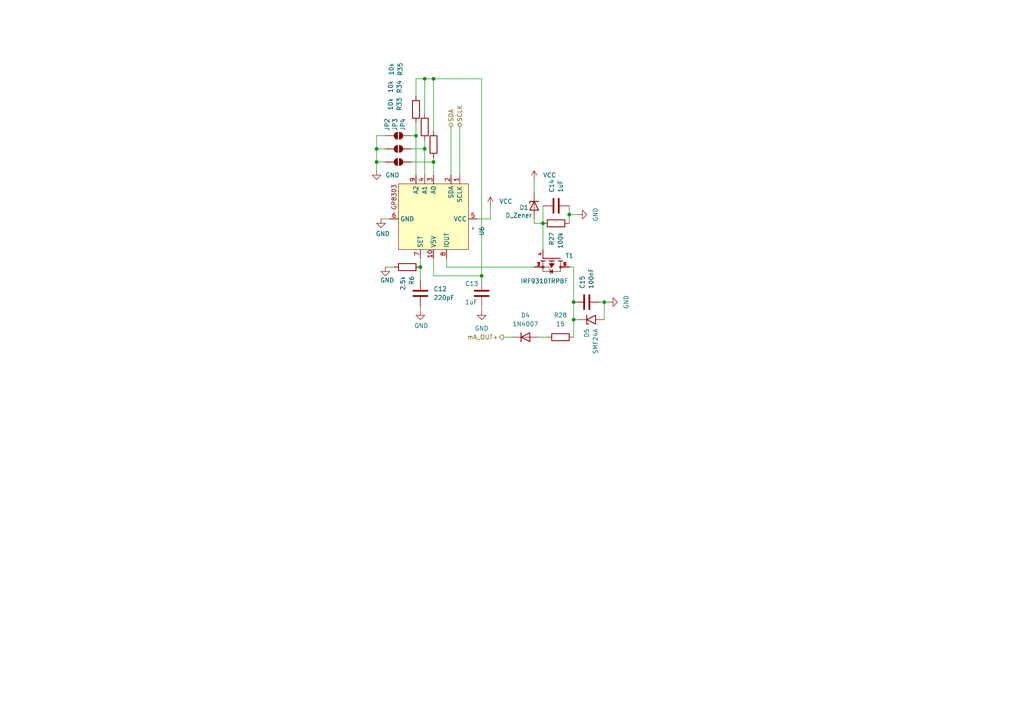
<source format=kicad_sch>
(kicad_sch
	(version 20250114)
	(generator "eeschema")
	(generator_version "9.0")
	(uuid "594f5799-754a-4c35-839f-eaaa5a0310dd")
	(paper "A4")
	(lib_symbols
		(symbol "Device:C"
			(pin_numbers
				(hide yes)
			)
			(pin_names
				(offset 0.254)
			)
			(exclude_from_sim no)
			(in_bom yes)
			(on_board yes)
			(property "Reference" "C"
				(at 0.635 2.54 0)
				(effects
					(font
						(size 1.27 1.27)
					)
					(justify left)
				)
			)
			(property "Value" "C"
				(at 0.635 -2.54 0)
				(effects
					(font
						(size 1.27 1.27)
					)
					(justify left)
				)
			)
			(property "Footprint" ""
				(at 0.9652 -3.81 0)
				(effects
					(font
						(size 1.27 1.27)
					)
					(hide yes)
				)
			)
			(property "Datasheet" "~"
				(at 0 0 0)
				(effects
					(font
						(size 1.27 1.27)
					)
					(hide yes)
				)
			)
			(property "Description" "Unpolarized capacitor"
				(at 0 0 0)
				(effects
					(font
						(size 1.27 1.27)
					)
					(hide yes)
				)
			)
			(property "ki_keywords" "cap capacitor"
				(at 0 0 0)
				(effects
					(font
						(size 1.27 1.27)
					)
					(hide yes)
				)
			)
			(property "ki_fp_filters" "C_*"
				(at 0 0 0)
				(effects
					(font
						(size 1.27 1.27)
					)
					(hide yes)
				)
			)
			(symbol "C_0_1"
				(polyline
					(pts
						(xy -2.032 0.762) (xy 2.032 0.762)
					)
					(stroke
						(width 0.508)
						(type default)
					)
					(fill
						(type none)
					)
				)
				(polyline
					(pts
						(xy -2.032 -0.762) (xy 2.032 -0.762)
					)
					(stroke
						(width 0.508)
						(type default)
					)
					(fill
						(type none)
					)
				)
			)
			(symbol "C_1_1"
				(pin passive line
					(at 0 3.81 270)
					(length 2.794)
					(name "~"
						(effects
							(font
								(size 1.27 1.27)
							)
						)
					)
					(number "1"
						(effects
							(font
								(size 1.27 1.27)
							)
						)
					)
				)
				(pin passive line
					(at 0 -3.81 90)
					(length 2.794)
					(name "~"
						(effects
							(font
								(size 1.27 1.27)
							)
						)
					)
					(number "2"
						(effects
							(font
								(size 1.27 1.27)
							)
						)
					)
				)
			)
			(embedded_fonts no)
		)
		(symbol "Device:D_Zener"
			(pin_numbers
				(hide yes)
			)
			(pin_names
				(offset 1.016)
				(hide yes)
			)
			(exclude_from_sim no)
			(in_bom yes)
			(on_board yes)
			(property "Reference" "D"
				(at 0 2.54 0)
				(effects
					(font
						(size 1.27 1.27)
					)
				)
			)
			(property "Value" "D_Zener"
				(at 0 -2.54 0)
				(effects
					(font
						(size 1.27 1.27)
					)
				)
			)
			(property "Footprint" ""
				(at 0 0 0)
				(effects
					(font
						(size 1.27 1.27)
					)
					(hide yes)
				)
			)
			(property "Datasheet" "~"
				(at 0 0 0)
				(effects
					(font
						(size 1.27 1.27)
					)
					(hide yes)
				)
			)
			(property "Description" "Zener diode"
				(at 0 0 0)
				(effects
					(font
						(size 1.27 1.27)
					)
					(hide yes)
				)
			)
			(property "ki_keywords" "diode"
				(at 0 0 0)
				(effects
					(font
						(size 1.27 1.27)
					)
					(hide yes)
				)
			)
			(property "ki_fp_filters" "TO-???* *_Diode_* *SingleDiode* D_*"
				(at 0 0 0)
				(effects
					(font
						(size 1.27 1.27)
					)
					(hide yes)
				)
			)
			(symbol "D_Zener_0_1"
				(polyline
					(pts
						(xy -1.27 -1.27) (xy -1.27 1.27) (xy -0.762 1.27)
					)
					(stroke
						(width 0.254)
						(type default)
					)
					(fill
						(type none)
					)
				)
				(polyline
					(pts
						(xy 1.27 0) (xy -1.27 0)
					)
					(stroke
						(width 0)
						(type default)
					)
					(fill
						(type none)
					)
				)
				(polyline
					(pts
						(xy 1.27 -1.27) (xy 1.27 1.27) (xy -1.27 0) (xy 1.27 -1.27)
					)
					(stroke
						(width 0.254)
						(type default)
					)
					(fill
						(type none)
					)
				)
			)
			(symbol "D_Zener_1_1"
				(pin passive line
					(at -3.81 0 0)
					(length 2.54)
					(name "K"
						(effects
							(font
								(size 1.27 1.27)
							)
						)
					)
					(number "1"
						(effects
							(font
								(size 1.27 1.27)
							)
						)
					)
				)
				(pin passive line
					(at 3.81 0 180)
					(length 2.54)
					(name "A"
						(effects
							(font
								(size 1.27 1.27)
							)
						)
					)
					(number "2"
						(effects
							(font
								(size 1.27 1.27)
							)
						)
					)
				)
			)
			(embedded_fonts no)
		)
		(symbol "Device:R"
			(pin_numbers
				(hide yes)
			)
			(pin_names
				(offset 0)
			)
			(exclude_from_sim no)
			(in_bom yes)
			(on_board yes)
			(property "Reference" "R"
				(at 2.032 0 90)
				(effects
					(font
						(size 1.27 1.27)
					)
				)
			)
			(property "Value" "R"
				(at 0 0 90)
				(effects
					(font
						(size 1.27 1.27)
					)
				)
			)
			(property "Footprint" ""
				(at -1.778 0 90)
				(effects
					(font
						(size 1.27 1.27)
					)
					(hide yes)
				)
			)
			(property "Datasheet" "~"
				(at 0 0 0)
				(effects
					(font
						(size 1.27 1.27)
					)
					(hide yes)
				)
			)
			(property "Description" "Resistor"
				(at 0 0 0)
				(effects
					(font
						(size 1.27 1.27)
					)
					(hide yes)
				)
			)
			(property "ki_keywords" "R res resistor"
				(at 0 0 0)
				(effects
					(font
						(size 1.27 1.27)
					)
					(hide yes)
				)
			)
			(property "ki_fp_filters" "R_*"
				(at 0 0 0)
				(effects
					(font
						(size 1.27 1.27)
					)
					(hide yes)
				)
			)
			(symbol "R_0_1"
				(rectangle
					(start -1.016 -2.54)
					(end 1.016 2.54)
					(stroke
						(width 0.254)
						(type default)
					)
					(fill
						(type none)
					)
				)
			)
			(symbol "R_1_1"
				(pin passive line
					(at 0 3.81 270)
					(length 1.27)
					(name "~"
						(effects
							(font
								(size 1.27 1.27)
							)
						)
					)
					(number "1"
						(effects
							(font
								(size 1.27 1.27)
							)
						)
					)
				)
				(pin passive line
					(at 0 -3.81 90)
					(length 1.27)
					(name "~"
						(effects
							(font
								(size 1.27 1.27)
							)
						)
					)
					(number "2"
						(effects
							(font
								(size 1.27 1.27)
							)
						)
					)
				)
			)
			(embedded_fonts no)
		)
		(symbol "Diode:1N4007"
			(pin_numbers
				(hide yes)
			)
			(pin_names
				(hide yes)
			)
			(exclude_from_sim no)
			(in_bom yes)
			(on_board yes)
			(property "Reference" "D"
				(at 0 2.54 0)
				(effects
					(font
						(size 1.27 1.27)
					)
				)
			)
			(property "Value" "1N4007"
				(at 0 -2.54 0)
				(effects
					(font
						(size 1.27 1.27)
					)
				)
			)
			(property "Footprint" "Diode_THT:D_DO-41_SOD81_P10.16mm_Horizontal"
				(at 0 -4.445 0)
				(effects
					(font
						(size 1.27 1.27)
					)
					(hide yes)
				)
			)
			(property "Datasheet" "http://www.vishay.com/docs/88503/1n4001.pdf"
				(at 0 0 0)
				(effects
					(font
						(size 1.27 1.27)
					)
					(hide yes)
				)
			)
			(property "Description" "1000V 1A General Purpose Rectifier Diode, DO-41"
				(at 0 0 0)
				(effects
					(font
						(size 1.27 1.27)
					)
					(hide yes)
				)
			)
			(property "Sim.Device" "D"
				(at 0 0 0)
				(effects
					(font
						(size 1.27 1.27)
					)
					(hide yes)
				)
			)
			(property "Sim.Pins" "1=K 2=A"
				(at 0 0 0)
				(effects
					(font
						(size 1.27 1.27)
					)
					(hide yes)
				)
			)
			(property "ki_keywords" "diode"
				(at 0 0 0)
				(effects
					(font
						(size 1.27 1.27)
					)
					(hide yes)
				)
			)
			(property "ki_fp_filters" "D*DO?41*"
				(at 0 0 0)
				(effects
					(font
						(size 1.27 1.27)
					)
					(hide yes)
				)
			)
			(symbol "1N4007_0_1"
				(polyline
					(pts
						(xy -1.27 1.27) (xy -1.27 -1.27)
					)
					(stroke
						(width 0.254)
						(type default)
					)
					(fill
						(type none)
					)
				)
				(polyline
					(pts
						(xy 1.27 1.27) (xy 1.27 -1.27) (xy -1.27 0) (xy 1.27 1.27)
					)
					(stroke
						(width 0.254)
						(type default)
					)
					(fill
						(type none)
					)
				)
				(polyline
					(pts
						(xy 1.27 0) (xy -1.27 0)
					)
					(stroke
						(width 0)
						(type default)
					)
					(fill
						(type none)
					)
				)
			)
			(symbol "1N4007_1_1"
				(pin passive line
					(at -3.81 0 0)
					(length 2.54)
					(name "K"
						(effects
							(font
								(size 1.27 1.27)
							)
						)
					)
					(number "1"
						(effects
							(font
								(size 1.27 1.27)
							)
						)
					)
				)
				(pin passive line
					(at 3.81 0 180)
					(length 2.54)
					(name "A"
						(effects
							(font
								(size 1.27 1.27)
							)
						)
					)
					(number "2"
						(effects
							(font
								(size 1.27 1.27)
							)
						)
					)
				)
			)
			(embedded_fonts no)
		)
		(symbol "Diode:SMF24A"
			(pin_numbers
				(hide yes)
			)
			(pin_names
				(offset 1.016)
				(hide yes)
			)
			(exclude_from_sim no)
			(in_bom yes)
			(on_board yes)
			(property "Reference" "D"
				(at 0 2.54 0)
				(effects
					(font
						(size 1.27 1.27)
					)
				)
			)
			(property "Value" "SMF24A"
				(at 0 -2.54 0)
				(effects
					(font
						(size 1.27 1.27)
					)
				)
			)
			(property "Footprint" "Diode_SMD:D_SMF"
				(at 0 -5.08 0)
				(effects
					(font
						(size 1.27 1.27)
					)
					(hide yes)
				)
			)
			(property "Datasheet" "https://www.vishay.com/doc?85881"
				(at -1.27 0 0)
				(effects
					(font
						(size 1.27 1.27)
					)
					(hide yes)
				)
			)
			(property "Description" "200W unidirectional Transil Transient Voltage Suppressor, 24Vrwm, SMF"
				(at 0 0 0)
				(effects
					(font
						(size 1.27 1.27)
					)
					(hide yes)
				)
			)
			(property "ki_keywords" "diode TVS voltage suppressor"
				(at 0 0 0)
				(effects
					(font
						(size 1.27 1.27)
					)
					(hide yes)
				)
			)
			(property "ki_fp_filters" "D*SMF*"
				(at 0 0 0)
				(effects
					(font
						(size 1.27 1.27)
					)
					(hide yes)
				)
			)
			(symbol "SMF24A_0_1"
				(polyline
					(pts
						(xy -0.762 1.27) (xy -1.27 1.27) (xy -1.27 -1.27)
					)
					(stroke
						(width 0.254)
						(type default)
					)
					(fill
						(type none)
					)
				)
				(polyline
					(pts
						(xy 1.27 1.27) (xy 1.27 -1.27) (xy -1.27 0) (xy 1.27 1.27)
					)
					(stroke
						(width 0.254)
						(type default)
					)
					(fill
						(type none)
					)
				)
			)
			(symbol "SMF24A_1_1"
				(pin passive line
					(at -3.81 0 0)
					(length 2.54)
					(name "A1"
						(effects
							(font
								(size 1.27 1.27)
							)
						)
					)
					(number "1"
						(effects
							(font
								(size 1.27 1.27)
							)
						)
					)
				)
				(pin passive line
					(at 3.81 0 180)
					(length 2.54)
					(name "A2"
						(effects
							(font
								(size 1.27 1.27)
							)
						)
					)
					(number "2"
						(effects
							(font
								(size 1.27 1.27)
							)
						)
					)
				)
			)
			(embedded_fonts no)
		)
		(symbol "Jumper:SolderJumper_2_Open"
			(pin_numbers
				(hide yes)
			)
			(pin_names
				(offset 0)
				(hide yes)
			)
			(exclude_from_sim no)
			(in_bom no)
			(on_board yes)
			(property "Reference" "JP"
				(at 0 2.032 0)
				(effects
					(font
						(size 1.27 1.27)
					)
				)
			)
			(property "Value" "SolderJumper_2_Open"
				(at 0 -2.54 0)
				(effects
					(font
						(size 1.27 1.27)
					)
				)
			)
			(property "Footprint" ""
				(at 0 0 0)
				(effects
					(font
						(size 1.27 1.27)
					)
					(hide yes)
				)
			)
			(property "Datasheet" "~"
				(at 0 0 0)
				(effects
					(font
						(size 1.27 1.27)
					)
					(hide yes)
				)
			)
			(property "Description" "Solder Jumper, 2-pole, open"
				(at 0 0 0)
				(effects
					(font
						(size 1.27 1.27)
					)
					(hide yes)
				)
			)
			(property "ki_keywords" "solder jumper SPST"
				(at 0 0 0)
				(effects
					(font
						(size 1.27 1.27)
					)
					(hide yes)
				)
			)
			(property "ki_fp_filters" "SolderJumper*Open*"
				(at 0 0 0)
				(effects
					(font
						(size 1.27 1.27)
					)
					(hide yes)
				)
			)
			(symbol "SolderJumper_2_Open_0_1"
				(polyline
					(pts
						(xy -0.254 1.016) (xy -0.254 -1.016)
					)
					(stroke
						(width 0)
						(type default)
					)
					(fill
						(type none)
					)
				)
				(arc
					(start -0.254 -1.016)
					(mid -1.2656 0)
					(end -0.254 1.016)
					(stroke
						(width 0)
						(type default)
					)
					(fill
						(type none)
					)
				)
				(arc
					(start -0.254 -1.016)
					(mid -1.2656 0)
					(end -0.254 1.016)
					(stroke
						(width 0)
						(type default)
					)
					(fill
						(type outline)
					)
				)
				(arc
					(start 0.254 1.016)
					(mid 1.2656 0)
					(end 0.254 -1.016)
					(stroke
						(width 0)
						(type default)
					)
					(fill
						(type none)
					)
				)
				(arc
					(start 0.254 1.016)
					(mid 1.2656 0)
					(end 0.254 -1.016)
					(stroke
						(width 0)
						(type default)
					)
					(fill
						(type outline)
					)
				)
				(polyline
					(pts
						(xy 0.254 1.016) (xy 0.254 -1.016)
					)
					(stroke
						(width 0)
						(type default)
					)
					(fill
						(type none)
					)
				)
			)
			(symbol "SolderJumper_2_Open_1_1"
				(pin passive line
					(at -3.81 0 0)
					(length 2.54)
					(name "A"
						(effects
							(font
								(size 1.27 1.27)
							)
						)
					)
					(number "1"
						(effects
							(font
								(size 1.27 1.27)
							)
						)
					)
				)
				(pin passive line
					(at 3.81 0 180)
					(length 2.54)
					(name "B"
						(effects
							(font
								(size 1.27 1.27)
							)
						)
					)
					(number "2"
						(effects
							(font
								(size 1.27 1.27)
							)
						)
					)
				)
			)
			(embedded_fonts no)
		)
		(symbol "Riqi_Parts:GP8303"
			(exclude_from_sim no)
			(in_bom yes)
			(on_board yes)
			(property "Reference" "U"
				(at 0 0 0)
				(effects
					(font
						(size 1.27 1.27)
					)
				)
			)
			(property "Value" ""
				(at 0 0 0)
				(effects
					(font
						(size 1.27 1.27)
					)
				)
			)
			(property "Footprint" "Package_SO:SSOP-10-1EP_3.9x4.9mm_P1mm_EP2.1x3.3mm"
				(at 0 0 0)
				(effects
					(font
						(size 1.27 1.27)
					)
					(hide yes)
				)
			)
			(property "Datasheet" "https://lcsc.com/datasheet/lcsc_datasheet_2410121459_Guestgood-GP8303-TC50-EW_C3445809.pdf"
				(at 0 0 0)
				(effects
					(font
						(size 1.27 1.27)
					)
					(hide yes)
				)
			)
			(property "Description" ""
				(at 0 0 0)
				(effects
					(font
						(size 1.27 1.27)
					)
					(hide yes)
				)
			)
			(symbol "GP8303_1_1"
				(rectangle
					(start -1.27 -1.27)
					(end 17.78 -21.59)
					(stroke
						(width 0)
						(type solid)
					)
					(fill
						(type background)
					)
				)
				(text "GP8303"
					(at 2.54 -22.86 0)
					(effects
						(font
							(size 1.27 1.27)
						)
					)
				)
				(pin input line
					(at -3.81 -3.81 0)
					(length 2.54)
					(name "SCLK"
						(effects
							(font
								(size 1.27 1.27)
							)
						)
					)
					(number "1"
						(effects
							(font
								(size 1.27 1.27)
							)
						)
					)
				)
				(pin input line
					(at -3.81 -6.35 0)
					(length 2.54)
					(name "SDA"
						(effects
							(font
								(size 1.27 1.27)
							)
						)
					)
					(number "2"
						(effects
							(font
								(size 1.27 1.27)
							)
						)
					)
				)
				(pin input line
					(at -3.81 -11.43 0)
					(length 2.54)
					(name "A0"
						(effects
							(font
								(size 1.27 1.27)
							)
						)
					)
					(number "3"
						(effects
							(font
								(size 1.27 1.27)
							)
						)
					)
				)
				(pin input line
					(at -3.81 -13.97 0)
					(length 2.54)
					(name "A1"
						(effects
							(font
								(size 1.27 1.27)
							)
						)
					)
					(number "4"
						(effects
							(font
								(size 1.27 1.27)
							)
						)
					)
				)
				(pin input line
					(at -3.81 -16.51 0)
					(length 2.54)
					(name "A2"
						(effects
							(font
								(size 1.27 1.27)
							)
						)
					)
					(number "9"
						(effects
							(font
								(size 1.27 1.27)
							)
						)
					)
				)
				(pin input line
					(at 8.89 1.27 270)
					(length 2.54)
					(name "VCC"
						(effects
							(font
								(size 1.27 1.27)
							)
						)
					)
					(number "5"
						(effects
							(font
								(size 1.27 1.27)
							)
						)
					)
				)
				(pin input line
					(at 8.89 -24.13 90)
					(length 2.54)
					(name "GND"
						(effects
							(font
								(size 1.27 1.27)
							)
						)
					)
					(number "6"
						(effects
							(font
								(size 1.27 1.27)
							)
						)
					)
				)
				(pin output line
					(at 20.32 -7.62 180)
					(length 2.54)
					(name "IOUT"
						(effects
							(font
								(size 1.27 1.27)
							)
						)
					)
					(number "8"
						(effects
							(font
								(size 1.27 1.27)
							)
						)
					)
				)
				(pin output line
					(at 20.32 -11.43 180)
					(length 2.54)
					(name "V5V"
						(effects
							(font
								(size 1.27 1.27)
							)
						)
					)
					(number "10"
						(effects
							(font
								(size 1.27 1.27)
							)
						)
					)
				)
				(pin output line
					(at 20.32 -15.24 180)
					(length 2.54)
					(name "SET"
						(effects
							(font
								(size 1.27 1.27)
							)
						)
					)
					(number "7"
						(effects
							(font
								(size 1.27 1.27)
							)
						)
					)
				)
			)
			(embedded_fonts no)
		)
		(symbol "Riqi_Parts:IRF9310TRPBF"
			(pin_names
				(offset 1.016)
			)
			(exclude_from_sim no)
			(in_bom yes)
			(on_board yes)
			(property "Reference" "T"
				(at -6.35 -1.27 0)
				(effects
					(font
						(size 1.27 1.27)
					)
					(justify left bottom)
				)
			)
			(property "Value" "IRF9310TRPBF"
				(at -6.35 -3.81 0)
				(effects
					(font
						(size 1.27 1.27)
					)
					(justify left bottom)
				)
			)
			(property "Footprint" "IRF9310TRPBF:SO-8"
				(at 0 0 0)
				(effects
					(font
						(size 1.27 1.27)
					)
					(justify bottom)
					(hide yes)
				)
			)
			(property "Datasheet" ""
				(at 0 0 0)
				(effects
					(font
						(size 1.27 1.27)
					)
					(hide yes)
				)
			)
			(property "Description" ""
				(at 0 0 0)
				(effects
					(font
						(size 1.27 1.27)
					)
					(hide yes)
				)
			)
			(property "STATUS" "OK - Barboule"
				(at 0 0 0)
				(effects
					(font
						(size 1.27 1.27)
					)
					(justify bottom)
					(hide yes)
				)
			)
			(property "MF" "Infineon Technologies"
				(at 0 0 0)
				(effects
					(font
						(size 1.27 1.27)
					)
					(justify bottom)
					(hide yes)
				)
			)
			(property "Description_1" "IRF9310TRPBF P-channel MOSFET Transistor, 20 A, 30 V, 8-Pin SOIC | Infineon IRF9310TRPBF"
				(at 0 0 0)
				(effects
					(font
						(size 1.27 1.27)
					)
					(justify bottom)
					(hide yes)
				)
			)
			(property "Package" "SO-8 Infineon Technologies"
				(at 0 0 0)
				(effects
					(font
						(size 1.27 1.27)
					)
					(justify bottom)
					(hide yes)
				)
			)
			(property "Price" "None"
				(at 0 0 0)
				(effects
					(font
						(size 1.27 1.27)
					)
					(justify bottom)
					(hide yes)
				)
			)
			(property "Check_prices" "https://www.snapeda.com/parts/IRF9310TRPBF/Infineon/view-part/?ref=eda"
				(at 0 0 0)
				(effects
					(font
						(size 1.27 1.27)
					)
					(justify bottom)
					(hide yes)
				)
			)
			(property "SnapEDA_Link" "https://www.snapeda.com/parts/IRF9310TRPBF/Infineon/view-part/?ref=snap"
				(at 0 0 0)
				(effects
					(font
						(size 1.27 1.27)
					)
					(justify bottom)
					(hide yes)
				)
			)
			(property "MP" "IRF9310TRPBF"
				(at 0 0 0)
				(effects
					(font
						(size 1.27 1.27)
					)
					(justify bottom)
					(hide yes)
				)
			)
			(property "ERECA" "non géré"
				(at 0 0 0)
				(effects
					(font
						(size 1.27 1.27)
					)
					(justify bottom)
					(hide yes)
				)
			)
			(property "Availability" "In Stock"
				(at 0 0 0)
				(effects
					(font
						(size 1.27 1.27)
					)
					(justify bottom)
					(hide yes)
				)
			)
			(property "FABRICANT" "Infineon Technologies"
				(at 0 0 0)
				(effects
					(font
						(size 1.27 1.27)
					)
					(justify bottom)
					(hide yes)
				)
			)
			(symbol "IRF9310TRPBF_0_0"
				(polyline
					(pts
						(xy 0 -2.54) (xy 0 2.54)
					)
					(stroke
						(width 0.254)
						(type default)
					)
					(fill
						(type none)
					)
				)
				(polyline
					(pts
						(xy 0.762 2.54) (xy 0.762 3.175)
					)
					(stroke
						(width 0.254)
						(type default)
					)
					(fill
						(type none)
					)
				)
				(polyline
					(pts
						(xy 0.762 1.905) (xy 0.762 2.54)
					)
					(stroke
						(width 0.254)
						(type default)
					)
					(fill
						(type none)
					)
				)
				(polyline
					(pts
						(xy 0.762 0) (xy 0.762 0.762)
					)
					(stroke
						(width 0.254)
						(type default)
					)
					(fill
						(type none)
					)
				)
				(polyline
					(pts
						(xy 0.762 0) (xy 2.54 0)
					)
					(stroke
						(width 0.1524)
						(type default)
					)
					(fill
						(type none)
					)
				)
				(polyline
					(pts
						(xy 0.762 -0.762) (xy 0.762 0)
					)
					(stroke
						(width 0.254)
						(type default)
					)
					(fill
						(type none)
					)
				)
				(polyline
					(pts
						(xy 0.762 -2.54) (xy 0.762 -1.905)
					)
					(stroke
						(width 0.254)
						(type default)
					)
					(fill
						(type none)
					)
				)
				(polyline
					(pts
						(xy 0.762 -2.54) (xy 3.81 -2.54)
					)
					(stroke
						(width 0.1524)
						(type default)
					)
					(fill
						(type none)
					)
				)
				(polyline
					(pts
						(xy 0.762 -3.175) (xy 0.762 -2.54)
					)
					(stroke
						(width 0.254)
						(type default)
					)
					(fill
						(type none)
					)
				)
				(polyline
					(pts
						(xy 2.54 2.54) (xy 0.762 2.54)
					)
					(stroke
						(width 0.1524)
						(type default)
					)
					(fill
						(type none)
					)
				)
				(polyline
					(pts
						(xy 2.54 2.54) (xy 3.81 2.54)
					)
					(stroke
						(width 0.1524)
						(type default)
					)
					(fill
						(type none)
					)
				)
				(circle
					(center 2.54 2.54)
					(radius 0.3592)
					(stroke
						(width 0)
						(type default)
					)
					(fill
						(type none)
					)
				)
				(polyline
					(pts
						(xy 2.54 0) (xy 2.54 2.54)
					)
					(stroke
						(width 0.1524)
						(type default)
					)
					(fill
						(type none)
					)
				)
				(polyline
					(pts
						(xy 2.54 0) (xy 1.524 0.762) (xy 1.524 -0.762) (xy 2.54 0)
					)
					(stroke
						(width 0.1524)
						(type default)
					)
					(fill
						(type outline)
					)
				)
				(circle
					(center 2.54 -2.54)
					(radius 0.3592)
					(stroke
						(width 0)
						(type default)
					)
					(fill
						(type none)
					)
				)
				(polyline
					(pts
						(xy 3.048 0.762) (xy 3.302 0.508)
					)
					(stroke
						(width 0.1524)
						(type default)
					)
					(fill
						(type none)
					)
				)
				(polyline
					(pts
						(xy 3.302 0.508) (xy 3.81 0.508)
					)
					(stroke
						(width 0.1524)
						(type default)
					)
					(fill
						(type none)
					)
				)
				(polyline
					(pts
						(xy 3.81 0.508) (xy 3.81 2.54)
					)
					(stroke
						(width 0.1524)
						(type default)
					)
					(fill
						(type none)
					)
				)
				(polyline
					(pts
						(xy 3.81 0.508) (xy 4.318 0.508)
					)
					(stroke
						(width 0.1524)
						(type default)
					)
					(fill
						(type none)
					)
				)
				(polyline
					(pts
						(xy 3.81 0.508) (xy 4.318 -0.254) (xy 3.302 -0.254) (xy 3.81 0.508)
					)
					(stroke
						(width 0.1524)
						(type default)
					)
					(fill
						(type outline)
					)
				)
				(polyline
					(pts
						(xy 3.81 -2.54) (xy 3.81 0.508)
					)
					(stroke
						(width 0.1524)
						(type default)
					)
					(fill
						(type none)
					)
				)
				(polyline
					(pts
						(xy 4.318 0.508) (xy 4.572 0.254)
					)
					(stroke
						(width 0.1524)
						(type default)
					)
					(fill
						(type none)
					)
				)
				(pin passive line
					(at -2.54 2.54 0)
					(length 2.54)
					(name "~"
						(effects
							(font
								(size 1.016 1.016)
							)
						)
					)
					(number "4"
						(effects
							(font
								(size 1.016 1.016)
							)
						)
					)
				)
				(pin passive line
					(at 2.54 5.08 270)
					(length 2.54)
					(name "~"
						(effects
							(font
								(size 1.016 1.016)
							)
						)
					)
					(number "1"
						(effects
							(font
								(size 1.016 1.016)
							)
						)
					)
				)
				(pin passive line
					(at 2.54 5.08 270)
					(length 2.54)
					(name "~"
						(effects
							(font
								(size 1.016 1.016)
							)
						)
					)
					(number "2"
						(effects
							(font
								(size 1.016 1.016)
							)
						)
					)
				)
				(pin passive line
					(at 2.54 5.08 270)
					(length 2.54)
					(name "~"
						(effects
							(font
								(size 1.016 1.016)
							)
						)
					)
					(number "3"
						(effects
							(font
								(size 1.016 1.016)
							)
						)
					)
				)
				(pin passive line
					(at 2.54 -5.08 90)
					(length 2.54)
					(name "~"
						(effects
							(font
								(size 1.016 1.016)
							)
						)
					)
					(number "5"
						(effects
							(font
								(size 1.016 1.016)
							)
						)
					)
				)
				(pin passive line
					(at 2.54 -5.08 90)
					(length 2.54)
					(name "~"
						(effects
							(font
								(size 1.016 1.016)
							)
						)
					)
					(number "6"
						(effects
							(font
								(size 1.016 1.016)
							)
						)
					)
				)
				(pin passive line
					(at 2.54 -5.08 90)
					(length 2.54)
					(name "~"
						(effects
							(font
								(size 1.016 1.016)
							)
						)
					)
					(number "7"
						(effects
							(font
								(size 1.016 1.016)
							)
						)
					)
				)
				(pin passive line
					(at 2.54 -5.08 90)
					(length 2.54)
					(name "~"
						(effects
							(font
								(size 1.016 1.016)
							)
						)
					)
					(number "8"
						(effects
							(font
								(size 1.016 1.016)
							)
						)
					)
				)
			)
			(embedded_fonts no)
		)
		(symbol "power:GND"
			(power)
			(pin_numbers
				(hide yes)
			)
			(pin_names
				(offset 0)
				(hide yes)
			)
			(exclude_from_sim no)
			(in_bom yes)
			(on_board yes)
			(property "Reference" "#PWR"
				(at 0 -6.35 0)
				(effects
					(font
						(size 1.27 1.27)
					)
					(hide yes)
				)
			)
			(property "Value" "GND"
				(at 0 -3.81 0)
				(effects
					(font
						(size 1.27 1.27)
					)
				)
			)
			(property "Footprint" ""
				(at 0 0 0)
				(effects
					(font
						(size 1.27 1.27)
					)
					(hide yes)
				)
			)
			(property "Datasheet" ""
				(at 0 0 0)
				(effects
					(font
						(size 1.27 1.27)
					)
					(hide yes)
				)
			)
			(property "Description" "Power symbol creates a global label with name \"GND\" , ground"
				(at 0 0 0)
				(effects
					(font
						(size 1.27 1.27)
					)
					(hide yes)
				)
			)
			(property "ki_keywords" "global power"
				(at 0 0 0)
				(effects
					(font
						(size 1.27 1.27)
					)
					(hide yes)
				)
			)
			(symbol "GND_0_1"
				(polyline
					(pts
						(xy 0 0) (xy 0 -1.27) (xy 1.27 -1.27) (xy 0 -2.54) (xy -1.27 -1.27) (xy 0 -1.27)
					)
					(stroke
						(width 0)
						(type default)
					)
					(fill
						(type none)
					)
				)
			)
			(symbol "GND_1_1"
				(pin power_in line
					(at 0 0 270)
					(length 0)
					(name "~"
						(effects
							(font
								(size 1.27 1.27)
							)
						)
					)
					(number "1"
						(effects
							(font
								(size 1.27 1.27)
							)
						)
					)
				)
			)
			(embedded_fonts no)
		)
		(symbol "power:VCC"
			(power)
			(pin_numbers
				(hide yes)
			)
			(pin_names
				(offset 0)
				(hide yes)
			)
			(exclude_from_sim no)
			(in_bom yes)
			(on_board yes)
			(property "Reference" "#PWR"
				(at 0 -3.81 0)
				(effects
					(font
						(size 1.27 1.27)
					)
					(hide yes)
				)
			)
			(property "Value" "VCC"
				(at 0 3.556 0)
				(effects
					(font
						(size 1.27 1.27)
					)
				)
			)
			(property "Footprint" ""
				(at 0 0 0)
				(effects
					(font
						(size 1.27 1.27)
					)
					(hide yes)
				)
			)
			(property "Datasheet" ""
				(at 0 0 0)
				(effects
					(font
						(size 1.27 1.27)
					)
					(hide yes)
				)
			)
			(property "Description" "Power symbol creates a global label with name \"VCC\""
				(at 0 0 0)
				(effects
					(font
						(size 1.27 1.27)
					)
					(hide yes)
				)
			)
			(property "ki_keywords" "global power"
				(at 0 0 0)
				(effects
					(font
						(size 1.27 1.27)
					)
					(hide yes)
				)
			)
			(symbol "VCC_0_1"
				(polyline
					(pts
						(xy -0.762 1.27) (xy 0 2.54)
					)
					(stroke
						(width 0)
						(type default)
					)
					(fill
						(type none)
					)
				)
				(polyline
					(pts
						(xy 0 2.54) (xy 0.762 1.27)
					)
					(stroke
						(width 0)
						(type default)
					)
					(fill
						(type none)
					)
				)
				(polyline
					(pts
						(xy 0 0) (xy 0 2.54)
					)
					(stroke
						(width 0)
						(type default)
					)
					(fill
						(type none)
					)
				)
			)
			(symbol "VCC_1_1"
				(pin power_in line
					(at 0 0 90)
					(length 0)
					(name "~"
						(effects
							(font
								(size 1.27 1.27)
							)
						)
					)
					(number "1"
						(effects
							(font
								(size 1.27 1.27)
							)
						)
					)
				)
			)
			(embedded_fonts no)
		)
	)
	(junction
		(at 125.73 22.86)
		(diameter 0)
		(color 0 0 0 0)
		(uuid "0205af68-b15a-450c-8787-cfff238b0fb4")
	)
	(junction
		(at 109.22 46.99)
		(diameter 0)
		(color 0 0 0 0)
		(uuid "0c88018e-188f-4ce9-8471-51cb45ceb86c")
	)
	(junction
		(at 120.65 39.37)
		(diameter 0)
		(color 0 0 0 0)
		(uuid "14ffee43-b42a-42d6-b926-6e01358b5ec4")
	)
	(junction
		(at 165.1 62.23)
		(diameter 0)
		(color 0 0 0 0)
		(uuid "34260625-5c9b-4d35-8178-37648d64242b")
	)
	(junction
		(at 166.37 87.63)
		(diameter 0)
		(color 0 0 0 0)
		(uuid "35a89f99-1fbb-4436-9e2e-33e4b859bca6")
	)
	(junction
		(at 123.19 43.18)
		(diameter 0)
		(color 0 0 0 0)
		(uuid "468f391c-a5f4-4c7f-a0d3-96bf23ad2646")
	)
	(junction
		(at 123.19 22.86)
		(diameter 0)
		(color 0 0 0 0)
		(uuid "4d6f4844-ae4d-46ab-af30-6fb9fe10c1e2")
	)
	(junction
		(at 139.7 80.01)
		(diameter 0)
		(color 0 0 0 0)
		(uuid "52a715e4-e1b3-4648-bb8d-45fb1feff354")
	)
	(junction
		(at 166.37 92.71)
		(diameter 0)
		(color 0 0 0 0)
		(uuid "55596869-62a5-4c29-aa70-21b6c9599fc5")
	)
	(junction
		(at 157.48 64.77)
		(diameter 0)
		(color 0 0 0 0)
		(uuid "92f7f967-2e9d-4e00-8a95-79989ed32fb8")
	)
	(junction
		(at 125.73 46.99)
		(diameter 0)
		(color 0 0 0 0)
		(uuid "9e944f40-177d-4560-863b-0a0348f4cfdb")
	)
	(junction
		(at 121.92 77.47)
		(diameter 0)
		(color 0 0 0 0)
		(uuid "9f4b7734-2968-438d-8a4e-ba6a7cf24de0")
	)
	(junction
		(at 109.22 43.18)
		(diameter 0)
		(color 0 0 0 0)
		(uuid "a13b3b12-5d62-40e3-94b7-b9d676b60f4e")
	)
	(junction
		(at 175.26 87.63)
		(diameter 0)
		(color 0 0 0 0)
		(uuid "f8809255-17cd-4e85-b92d-d0205ad49657")
	)
	(wire
		(pts
			(xy 139.7 22.86) (xy 125.73 22.86)
		)
		(stroke
			(width 0)
			(type default)
		)
		(uuid "01679ebf-bb2d-4b67-a78b-91afa2a9317d")
	)
	(wire
		(pts
			(xy 121.92 77.47) (xy 121.92 81.28)
		)
		(stroke
			(width 0)
			(type default)
		)
		(uuid "028342b5-31eb-41d6-8d8b-c74ac2006e9f")
	)
	(wire
		(pts
			(xy 157.48 59.69) (xy 157.48 64.77)
		)
		(stroke
			(width 0)
			(type default)
		)
		(uuid "098e09e9-9fac-4b04-828f-5aeb37af3e77")
	)
	(wire
		(pts
			(xy 125.73 45.72) (xy 125.73 46.99)
		)
		(stroke
			(width 0)
			(type default)
		)
		(uuid "09dd2983-4c8e-450d-b54f-623fee99ebd7")
	)
	(wire
		(pts
			(xy 157.48 64.77) (xy 157.48 72.39)
		)
		(stroke
			(width 0)
			(type default)
		)
		(uuid "0e543098-e14e-40d0-b33f-cf76fde2d8ff")
	)
	(wire
		(pts
			(xy 154.94 64.77) (xy 157.48 64.77)
		)
		(stroke
			(width 0)
			(type default)
		)
		(uuid "1037b304-b83c-41f2-ba18-11a7a338cb10")
	)
	(wire
		(pts
			(xy 114.3 77.47) (xy 111.76 77.47)
		)
		(stroke
			(width 0)
			(type default)
		)
		(uuid "174b40cf-4c21-46e6-b5b4-52eec5d40ba5")
	)
	(wire
		(pts
			(xy 154.94 77.47) (xy 129.54 77.47)
		)
		(stroke
			(width 0)
			(type default)
		)
		(uuid "185286d9-71da-46c9-a398-8c4cab3a357e")
	)
	(wire
		(pts
			(xy 111.76 43.18) (xy 109.22 43.18)
		)
		(stroke
			(width 0)
			(type default)
		)
		(uuid "23122140-1e4a-4a8f-97c7-cae299f1de27")
	)
	(wire
		(pts
			(xy 109.22 49.53) (xy 109.22 46.99)
		)
		(stroke
			(width 0)
			(type default)
		)
		(uuid "272c4182-cb6f-4d51-92ba-218e1f232fe3")
	)
	(wire
		(pts
			(xy 120.65 39.37) (xy 120.65 50.8)
		)
		(stroke
			(width 0)
			(type default)
		)
		(uuid "3634a90e-e18a-456a-ab23-681f8b5095ee")
	)
	(wire
		(pts
			(xy 125.73 46.99) (xy 125.73 50.8)
		)
		(stroke
			(width 0)
			(type default)
		)
		(uuid "3990c49b-e599-477f-b7b3-0bce71fd19fe")
	)
	(wire
		(pts
			(xy 123.19 22.86) (xy 120.65 22.86)
		)
		(stroke
			(width 0)
			(type default)
		)
		(uuid "3eef8da2-02d4-40b2-b60e-b9eaabfa1016")
	)
	(wire
		(pts
			(xy 165.1 62.23) (xy 165.1 64.77)
		)
		(stroke
			(width 0)
			(type default)
		)
		(uuid "4106da41-d210-4dfd-bb15-36dc3cb00f0e")
	)
	(wire
		(pts
			(xy 113.03 63.5) (xy 110.49 63.5)
		)
		(stroke
			(width 0)
			(type default)
		)
		(uuid "41dcef3e-aefa-4adb-b2df-0f0b743fe0ca")
	)
	(wire
		(pts
			(xy 139.7 22.86) (xy 139.7 80.01)
		)
		(stroke
			(width 0)
			(type default)
		)
		(uuid "47143807-c6f9-4d1e-8ba0-9670df0eca69")
	)
	(wire
		(pts
			(xy 165.1 62.23) (xy 167.64 62.23)
		)
		(stroke
			(width 0)
			(type default)
		)
		(uuid "471e2bdd-ac38-4027-86cd-2f6a5993508f")
	)
	(wire
		(pts
			(xy 109.22 43.18) (xy 109.22 46.99)
		)
		(stroke
			(width 0)
			(type default)
		)
		(uuid "477b99d3-c29a-4589-b401-000c10beb627")
	)
	(wire
		(pts
			(xy 111.76 46.99) (xy 109.22 46.99)
		)
		(stroke
			(width 0)
			(type default)
		)
		(uuid "4e36fafa-77af-4614-92f3-2dfcc6d2e327")
	)
	(wire
		(pts
			(xy 123.19 40.64) (xy 123.19 43.18)
		)
		(stroke
			(width 0)
			(type default)
		)
		(uuid "4e859c75-8c0d-42eb-9017-d16fbf4fc320")
	)
	(wire
		(pts
			(xy 139.7 88.9) (xy 139.7 90.17)
		)
		(stroke
			(width 0)
			(type default)
		)
		(uuid "53ccd200-1c2a-402e-851e-a227bf702c1a")
	)
	(wire
		(pts
			(xy 121.92 88.9) (xy 121.92 90.17)
		)
		(stroke
			(width 0)
			(type default)
		)
		(uuid "585546ff-95b9-4a2b-a50b-66b92252f15e")
	)
	(wire
		(pts
			(xy 165.1 59.69) (xy 165.1 62.23)
		)
		(stroke
			(width 0)
			(type default)
		)
		(uuid "6289fc3c-25e7-4a5b-a245-f80af645657b")
	)
	(wire
		(pts
			(xy 165.1 77.47) (xy 166.37 77.47)
		)
		(stroke
			(width 0)
			(type default)
		)
		(uuid "675c0172-704b-402b-b440-fa805c5449f0")
	)
	(wire
		(pts
			(xy 125.73 46.99) (xy 119.38 46.99)
		)
		(stroke
			(width 0)
			(type default)
		)
		(uuid "6b5e4bd4-a84f-4ca6-b4ab-fbdd1d672e34")
	)
	(wire
		(pts
			(xy 142.24 59.69) (xy 142.24 63.5)
		)
		(stroke
			(width 0)
			(type default)
		)
		(uuid "6c954c40-1d2f-49e5-8ebb-aeb365a82d94")
	)
	(wire
		(pts
			(xy 125.73 22.86) (xy 125.73 38.1)
		)
		(stroke
			(width 0)
			(type default)
		)
		(uuid "6f3bfb81-21d9-4c56-b5d8-f698a1bf59b1")
	)
	(wire
		(pts
			(xy 139.7 80.01) (xy 139.7 81.28)
		)
		(stroke
			(width 0)
			(type default)
		)
		(uuid "7485993e-7228-4e56-b146-ca96175b855e")
	)
	(wire
		(pts
			(xy 130.81 36.83) (xy 130.81 50.8)
		)
		(stroke
			(width 0)
			(type default)
		)
		(uuid "7cc46738-315e-46ef-a8c4-5a7634adf024")
	)
	(wire
		(pts
			(xy 166.37 92.71) (xy 167.64 92.71)
		)
		(stroke
			(width 0)
			(type default)
		)
		(uuid "83ea3e24-2103-418d-a9e4-8d3083921559")
	)
	(wire
		(pts
			(xy 123.19 43.18) (xy 123.19 50.8)
		)
		(stroke
			(width 0)
			(type default)
		)
		(uuid "8cde4f75-0a1a-4a01-b789-6e03fe1b584c")
	)
	(wire
		(pts
			(xy 166.37 77.47) (xy 166.37 87.63)
		)
		(stroke
			(width 0)
			(type default)
		)
		(uuid "90b62e2e-6c85-4ff6-94a5-fe447d8db206")
	)
	(wire
		(pts
			(xy 166.37 87.63) (xy 166.37 92.71)
		)
		(stroke
			(width 0)
			(type default)
		)
		(uuid "93bcf037-658a-46b6-b880-7bf800a57615")
	)
	(wire
		(pts
			(xy 175.26 87.63) (xy 176.53 87.63)
		)
		(stroke
			(width 0)
			(type default)
		)
		(uuid "983dc18c-6801-400c-adb5-a7e74a862028")
	)
	(wire
		(pts
			(xy 125.73 22.86) (xy 123.19 22.86)
		)
		(stroke
			(width 0)
			(type default)
		)
		(uuid "989af230-86c4-4215-aaf9-dddec0344b9b")
	)
	(wire
		(pts
			(xy 123.19 43.18) (xy 119.38 43.18)
		)
		(stroke
			(width 0)
			(type default)
		)
		(uuid "9cdbea46-e2c0-48d7-b04a-c58a798a8f9c")
	)
	(wire
		(pts
			(xy 120.65 22.86) (xy 120.65 27.94)
		)
		(stroke
			(width 0)
			(type default)
		)
		(uuid "a2866eaa-99d4-4b6c-aa3e-042758035d24")
	)
	(wire
		(pts
			(xy 109.22 39.37) (xy 109.22 43.18)
		)
		(stroke
			(width 0)
			(type default)
		)
		(uuid "a520c5e0-8484-42aa-a8bf-3748b0a5bc74")
	)
	(wire
		(pts
			(xy 133.35 36.83) (xy 133.35 50.8)
		)
		(stroke
			(width 0)
			(type default)
		)
		(uuid "a94c9029-8f71-41e0-b752-c0a636b1701e")
	)
	(wire
		(pts
			(xy 156.21 97.79) (xy 158.75 97.79)
		)
		(stroke
			(width 0)
			(type default)
		)
		(uuid "adeaf7ca-4df2-4add-829c-6e4705f13c23")
	)
	(wire
		(pts
			(xy 175.26 87.63) (xy 175.26 92.71)
		)
		(stroke
			(width 0)
			(type default)
		)
		(uuid "b34467c7-e66c-495e-9b28-b00e9adeda87")
	)
	(wire
		(pts
			(xy 120.65 39.37) (xy 119.38 39.37)
		)
		(stroke
			(width 0)
			(type default)
		)
		(uuid "b4ceb987-34c7-4851-b53b-abab1f6bc00a")
	)
	(wire
		(pts
			(xy 154.94 64.77) (xy 154.94 63.5)
		)
		(stroke
			(width 0)
			(type default)
		)
		(uuid "b76ac1ee-e7dc-4829-9ee8-a79723069aa6")
	)
	(wire
		(pts
			(xy 146.05 97.79) (xy 148.59 97.79)
		)
		(stroke
			(width 0)
			(type default)
		)
		(uuid "b8405f00-7529-4268-96c0-6d8df1a08d71")
	)
	(wire
		(pts
			(xy 173.99 87.63) (xy 175.26 87.63)
		)
		(stroke
			(width 0)
			(type default)
		)
		(uuid "c31b5529-dd2c-4e46-b5bc-93c11a62ff59")
	)
	(wire
		(pts
			(xy 125.73 80.01) (xy 139.7 80.01)
		)
		(stroke
			(width 0)
			(type default)
		)
		(uuid "cbbb1cc6-972b-4f5a-8259-f7ad56ee606c")
	)
	(wire
		(pts
			(xy 121.92 74.93) (xy 121.92 77.47)
		)
		(stroke
			(width 0)
			(type default)
		)
		(uuid "d73c5722-cb9f-467e-9a1e-64d46413e818")
	)
	(wire
		(pts
			(xy 120.65 35.56) (xy 120.65 39.37)
		)
		(stroke
			(width 0)
			(type default)
		)
		(uuid "d7995f93-59bd-437e-a5e0-9efad61b7409")
	)
	(wire
		(pts
			(xy 123.19 22.86) (xy 123.19 33.02)
		)
		(stroke
			(width 0)
			(type default)
		)
		(uuid "d9b785a4-cdb3-453a-a316-a5d618b10f3b")
	)
	(wire
		(pts
			(xy 142.24 63.5) (xy 138.43 63.5)
		)
		(stroke
			(width 0)
			(type default)
		)
		(uuid "e5a77ef6-d5ff-48f0-92d7-584908569663")
	)
	(wire
		(pts
			(xy 125.73 74.93) (xy 125.73 80.01)
		)
		(stroke
			(width 0)
			(type default)
		)
		(uuid "ea44f4a5-0a10-4ea4-a224-b2c767b7ac58")
	)
	(wire
		(pts
			(xy 166.37 92.71) (xy 166.37 97.79)
		)
		(stroke
			(width 0)
			(type default)
		)
		(uuid "eda86ebc-083f-4b77-b4b6-d3e3fcb94436")
	)
	(wire
		(pts
			(xy 154.94 52.07) (xy 154.94 55.88)
		)
		(stroke
			(width 0)
			(type default)
		)
		(uuid "ee10d4d3-dd9c-414e-a628-d9507f9304d6")
	)
	(wire
		(pts
			(xy 111.76 39.37) (xy 109.22 39.37)
		)
		(stroke
			(width 0)
			(type default)
		)
		(uuid "f3e143c7-45a4-4f2a-b686-2a6b1ee167fc")
	)
	(wire
		(pts
			(xy 129.54 77.47) (xy 129.54 74.93)
		)
		(stroke
			(width 0)
			(type default)
		)
		(uuid "fc899834-2468-497a-a602-6ebc6831de55")
	)
	(hierarchical_label "SDA"
		(shape bidirectional)
		(at 130.81 36.83 90)
		(effects
			(font
				(size 1.27 1.27)
			)
			(justify left)
		)
		(uuid "608fd224-3a4d-428a-8367-c83d16dfd3f7")
	)
	(hierarchical_label "mA_OUT+"
		(shape output)
		(at 146.05 97.79 180)
		(effects
			(font
				(size 1.27 1.27)
			)
			(justify right)
		)
		(uuid "dbbb5521-0e44-4c50-8e3b-8ff6b7d6fdf5")
	)
	(hierarchical_label "SCLK"
		(shape bidirectional)
		(at 133.35 36.83 90)
		(effects
			(font
				(size 1.27 1.27)
			)
			(justify left)
		)
		(uuid "e23ffa99-9ce3-4956-99f8-175e70113c1a")
	)
	(symbol
		(lib_id "Riqi_Parts:GP8303")
		(at 137.16 54.61 270)
		(unit 1)
		(exclude_from_sim no)
		(in_bom yes)
		(on_board yes)
		(dnp no)
		(fields_autoplaced yes)
		(uuid "007c8415-3d08-4638-960c-d4e6ceb71c1c")
		(property "Reference" "U6"
			(at 139.7 65.6433 0)
			(effects
				(font
					(size 1.27 1.27)
				)
				(justify left)
			)
		)
		(property "Value" "~"
			(at 137.16 65.6433 0)
			(effects
				(font
					(size 1.27 1.27)
				)
				(justify left)
			)
		)
		(property "Footprint" "Package_SO:SSOP-10-1EP_3.9x4.9mm_P1mm_EP2.1x3.3mm"
			(at 137.16 54.61 0)
			(effects
				(font
					(size 1.27 1.27)
				)
				(hide yes)
			)
		)
		(property "Datasheet" "https://lcsc.com/datasheet/lcsc_datasheet_2410121459_Guestgood-GP8303-TC50-EW_C3445809.pdf"
			(at 137.16 54.61 0)
			(effects
				(font
					(size 1.27 1.27)
				)
				(hide yes)
			)
		)
		(property "Description" ""
			(at 137.16 54.61 0)
			(effects
				(font
					(size 1.27 1.27)
				)
				(hide yes)
			)
		)
		(pin "4"
			(uuid "fd1ef693-8ffe-4b2d-b956-22e8a02e38ae")
		)
		(pin "3"
			(uuid "9b26f199-f01f-4d19-a7ce-c22d4326d0bb")
		)
		(pin "7"
			(uuid "b0943bc5-7c1e-4055-a13b-8818c7985fb8")
		)
		(pin "1"
			(uuid "6a510f9e-9fa2-46f0-8113-0ccacfdde44c")
		)
		(pin "5"
			(uuid "6526d7c7-fa39-4f51-a0c7-555c393e5984")
		)
		(pin "6"
			(uuid "8e6dd54e-fbba-42ce-81ff-ebcba15ff08a")
		)
		(pin "9"
			(uuid "d6b2f7d9-588d-439e-8003-fd6a3859d700")
		)
		(pin "8"
			(uuid "5c2f88a3-da3d-49aa-ae3b-1d37ea5970c1")
		)
		(pin "2"
			(uuid "05e097c5-8771-414d-9cea-dfa5c578b812")
		)
		(pin "10"
			(uuid "95140aa7-2de8-4426-b0d7-f41de7ce050b")
		)
		(instances
			(project "NIVARA"
				(path "/8290cc18-06d0-4e02-a781-29a61ebc321a/9e4d7a0c-a5eb-4e88-9036-0c35e68b279a/a4009674-06bb-4fe0-bcda-ed9945d86716"
					(reference "U6")
					(unit 1)
				)
			)
		)
	)
	(symbol
		(lib_id "Device:D_Zener")
		(at 154.94 59.69 90)
		(mirror x)
		(unit 1)
		(exclude_from_sim no)
		(in_bom yes)
		(on_board yes)
		(dnp no)
		(uuid "015119ce-41e7-4c0f-a2a9-63c22eccbf01")
		(property "Reference" "D1"
			(at 150.622 60.198 90)
			(effects
				(font
					(size 1.27 1.27)
				)
				(justify right)
			)
		)
		(property "Value" "D_Zener"
			(at 146.558 62.484 90)
			(effects
				(font
					(size 1.27 1.27)
				)
				(justify right)
			)
		)
		(property "Footprint" ""
			(at 154.94 59.69 0)
			(effects
				(font
					(size 1.27 1.27)
				)
				(hide yes)
			)
		)
		(property "Datasheet" "~"
			(at 154.94 59.69 0)
			(effects
				(font
					(size 1.27 1.27)
				)
				(hide yes)
			)
		)
		(property "Description" "Zener diode"
			(at 154.94 59.69 0)
			(effects
				(font
					(size 1.27 1.27)
				)
				(hide yes)
			)
		)
		(pin "1"
			(uuid "1488f2ae-f302-4246-9324-007fb06ef768")
		)
		(pin "2"
			(uuid "fe999b71-ea6f-4667-b45d-9a338393223f")
		)
		(instances
			(project "NIVARA"
				(path "/8290cc18-06d0-4e02-a781-29a61ebc321a/9e4d7a0c-a5eb-4e88-9036-0c35e68b279a/a4009674-06bb-4fe0-bcda-ed9945d86716"
					(reference "D1")
					(unit 1)
				)
			)
		)
	)
	(symbol
		(lib_id "Device:R")
		(at 118.11 77.47 270)
		(unit 1)
		(exclude_from_sim no)
		(in_bom yes)
		(on_board yes)
		(dnp no)
		(fields_autoplaced yes)
		(uuid "06f68016-6dfc-41a8-af71-e5c609e6838a")
		(property "Reference" "R6"
			(at 119.3801 80.01 0)
			(effects
				(font
					(size 1.27 1.27)
				)
				(justify left)
			)
		)
		(property "Value" "2.5k"
			(at 116.8401 80.01 0)
			(effects
				(font
					(size 1.27 1.27)
				)
				(justify left)
			)
		)
		(property "Footprint" ""
			(at 118.11 75.692 90)
			(effects
				(font
					(size 1.27 1.27)
				)
				(hide yes)
			)
		)
		(property "Datasheet" "~"
			(at 118.11 77.47 0)
			(effects
				(font
					(size 1.27 1.27)
				)
				(hide yes)
			)
		)
		(property "Description" "Resistor"
			(at 118.11 77.47 0)
			(effects
				(font
					(size 1.27 1.27)
				)
				(hide yes)
			)
		)
		(pin "2"
			(uuid "d9b2a7b3-d94b-46ab-b63a-f8eddf919ca7")
		)
		(pin "1"
			(uuid "9974bce6-be59-47cf-971a-60d06da6547d")
		)
		(instances
			(project "NIVARA"
				(path "/8290cc18-06d0-4e02-a781-29a61ebc321a/9e4d7a0c-a5eb-4e88-9036-0c35e68b279a/a4009674-06bb-4fe0-bcda-ed9945d86716"
					(reference "R6")
					(unit 1)
				)
			)
		)
	)
	(symbol
		(lib_id "Diode:SMF24A")
		(at 171.45 92.71 0)
		(mirror x)
		(unit 1)
		(exclude_from_sim no)
		(in_bom yes)
		(on_board yes)
		(dnp no)
		(fields_autoplaced yes)
		(uuid "2353c55f-cb05-4806-91f6-937251f366e0")
		(property "Reference" "D5"
			(at 170.1799 95.25 90)
			(effects
				(font
					(size 1.27 1.27)
				)
				(justify left)
			)
		)
		(property "Value" "SMF24A"
			(at 172.7199 95.25 90)
			(effects
				(font
					(size 1.27 1.27)
				)
				(justify left)
			)
		)
		(property "Footprint" "Diode_SMD:D_SMF"
			(at 171.45 87.63 0)
			(effects
				(font
					(size 1.27 1.27)
				)
				(hide yes)
			)
		)
		(property "Datasheet" "https://www.vishay.com/doc?85881"
			(at 170.18 92.71 0)
			(effects
				(font
					(size 1.27 1.27)
				)
				(hide yes)
			)
		)
		(property "Description" "200W unidirectional Transil Transient Voltage Suppressor, 24Vrwm, SMF"
			(at 171.45 92.71 0)
			(effects
				(font
					(size 1.27 1.27)
				)
				(hide yes)
			)
		)
		(pin "1"
			(uuid "e879b746-6d6e-43f9-9430-03de9867eb4a")
		)
		(pin "2"
			(uuid "be4e6218-b997-4be2-bd7a-2ab99a099289")
		)
		(instances
			(project "NIVARA"
				(path "/8290cc18-06d0-4e02-a781-29a61ebc321a/9e4d7a0c-a5eb-4e88-9036-0c35e68b279a/a4009674-06bb-4fe0-bcda-ed9945d86716"
					(reference "D5")
					(unit 1)
				)
			)
		)
	)
	(symbol
		(lib_id "Riqi_Parts:IRF9310TRPBF")
		(at 160.02 74.93 90)
		(mirror x)
		(unit 1)
		(exclude_from_sim no)
		(in_bom yes)
		(on_board yes)
		(dnp no)
		(uuid "34ac6254-3f13-44a4-93e3-0dc45bc43aca")
		(property "Reference" "T1"
			(at 166.37 74.168 90)
			(effects
				(font
					(size 1.27 1.27)
				)
				(justify left)
			)
		)
		(property "Value" "IRF9310TRPBF"
			(at 164.846 81.534 90)
			(effects
				(font
					(size 1.27 1.27)
				)
				(justify left)
			)
		)
		(property "Footprint" "IRF9310TRPBF:SO-8"
			(at 160.02 74.93 0)
			(effects
				(font
					(size 1.27 1.27)
				)
				(justify bottom)
				(hide yes)
			)
		)
		(property "Datasheet" ""
			(at 160.02 74.93 0)
			(effects
				(font
					(size 1.27 1.27)
				)
				(hide yes)
			)
		)
		(property "Description" ""
			(at 160.02 74.93 0)
			(effects
				(font
					(size 1.27 1.27)
				)
				(hide yes)
			)
		)
		(property "STATUS" "OK - Barboule"
			(at 160.02 74.93 0)
			(effects
				(font
					(size 1.27 1.27)
				)
				(justify bottom)
				(hide yes)
			)
		)
		(property "MF" "Infineon Technologies"
			(at 160.02 74.93 0)
			(effects
				(font
					(size 1.27 1.27)
				)
				(justify bottom)
				(hide yes)
			)
		)
		(property "Description_1" "IRF9310TRPBF P-channel MOSFET Transistor, 20 A, 30 V, 8-Pin SOIC | Infineon IRF9310TRPBF"
			(at 160.02 74.93 0)
			(effects
				(font
					(size 1.27 1.27)
				)
				(justify bottom)
				(hide yes)
			)
		)
		(property "Package" "SO-8 Infineon Technologies"
			(at 160.02 74.93 0)
			(effects
				(font
					(size 1.27 1.27)
				)
				(justify bottom)
				(hide yes)
			)
		)
		(property "Price" "None"
			(at 160.02 74.93 0)
			(effects
				(font
					(size 1.27 1.27)
				)
				(justify bottom)
				(hide yes)
			)
		)
		(property "Check_prices" "https://www.snapeda.com/parts/IRF9310TRPBF/Infineon/view-part/?ref=eda"
			(at 160.02 74.93 0)
			(effects
				(font
					(size 1.27 1.27)
				)
				(justify bottom)
				(hide yes)
			)
		)
		(property "SnapEDA_Link" "https://www.snapeda.com/parts/IRF9310TRPBF/Infineon/view-part/?ref=snap"
			(at 160.02 74.93 0)
			(effects
				(font
					(size 1.27 1.27)
				)
				(justify bottom)
				(hide yes)
			)
		)
		(property "MP" "IRF9310TRPBF"
			(at 160.02 74.93 0)
			(effects
				(font
					(size 1.27 1.27)
				)
				(justify bottom)
				(hide yes)
			)
		)
		(property "ERECA" "non géré"
			(at 160.02 74.93 0)
			(effects
				(font
					(size 1.27 1.27)
				)
				(justify bottom)
				(hide yes)
			)
		)
		(property "Availability" "In Stock"
			(at 160.02 74.93 0)
			(effects
				(font
					(size 1.27 1.27)
				)
				(justify bottom)
				(hide yes)
			)
		)
		(property "FABRICANT" "Infineon Technologies"
			(at 160.02 74.93 0)
			(effects
				(font
					(size 1.27 1.27)
				)
				(justify bottom)
				(hide yes)
			)
		)
		(pin "4"
			(uuid "6fb5e6d2-3bf0-4691-9b4d-d4f80c3d0d0d")
		)
		(pin "2"
			(uuid "fde185fe-a847-4693-aa5f-71b229bde565")
		)
		(pin "3"
			(uuid "c3857057-d516-4eb8-87ab-792154dd94b9")
		)
		(pin "6"
			(uuid "28ca3d4e-fda1-492b-95b7-9cf9bd5c8363")
		)
		(pin "1"
			(uuid "db5fcd20-0ce3-4754-a249-0d6497a09b08")
		)
		(pin "7"
			(uuid "b8f35204-9733-473f-9398-55c84beca81f")
		)
		(pin "5"
			(uuid "6fdde8b6-a195-4ef6-8748-42542ddffbc2")
		)
		(pin "8"
			(uuid "f85e4d4e-a6a3-4655-b100-616d17d12916")
		)
		(instances
			(project "NIVARA"
				(path "/8290cc18-06d0-4e02-a781-29a61ebc321a/9e4d7a0c-a5eb-4e88-9036-0c35e68b279a/a4009674-06bb-4fe0-bcda-ed9945d86716"
					(reference "T1")
					(unit 1)
				)
			)
		)
	)
	(symbol
		(lib_id "power:GND")
		(at 109.22 49.53 0)
		(unit 1)
		(exclude_from_sim no)
		(in_bom yes)
		(on_board yes)
		(dnp no)
		(fields_autoplaced yes)
		(uuid "37cbe913-8f69-41dc-9a8f-3ec97a876ceb")
		(property "Reference" "#PWR061"
			(at 109.22 55.88 0)
			(effects
				(font
					(size 1.27 1.27)
				)
				(hide yes)
			)
		)
		(property "Value" "GND"
			(at 111.76 50.7999 0)
			(effects
				(font
					(size 1.27 1.27)
				)
				(justify left)
			)
		)
		(property "Footprint" ""
			(at 109.22 49.53 0)
			(effects
				(font
					(size 1.27 1.27)
				)
				(hide yes)
			)
		)
		(property "Datasheet" ""
			(at 109.22 49.53 0)
			(effects
				(font
					(size 1.27 1.27)
				)
				(hide yes)
			)
		)
		(property "Description" "Power symbol creates a global label with name \"GND\" , ground"
			(at 109.22 49.53 0)
			(effects
				(font
					(size 1.27 1.27)
				)
				(hide yes)
			)
		)
		(pin "1"
			(uuid "77c8a16b-a1c8-46ec-ad18-a6b4dff4837c")
		)
		(instances
			(project "NIVARA"
				(path "/8290cc18-06d0-4e02-a781-29a61ebc321a/9e4d7a0c-a5eb-4e88-9036-0c35e68b279a/a4009674-06bb-4fe0-bcda-ed9945d86716"
					(reference "#PWR061")
					(unit 1)
				)
			)
		)
	)
	(symbol
		(lib_id "Device:C")
		(at 170.18 87.63 90)
		(unit 1)
		(exclude_from_sim no)
		(in_bom yes)
		(on_board yes)
		(dnp no)
		(uuid "49448345-6114-463b-8259-421ee46947f3")
		(property "Reference" "C15"
			(at 168.9099 83.82 0)
			(effects
				(font
					(size 1.27 1.27)
				)
				(justify left)
			)
		)
		(property "Value" "100nF"
			(at 171.4499 83.82 0)
			(effects
				(font
					(size 1.27 1.27)
				)
				(justify left)
			)
		)
		(property "Footprint" ""
			(at 173.99 86.6648 0)
			(effects
				(font
					(size 1.27 1.27)
				)
				(hide yes)
			)
		)
		(property "Datasheet" "~"
			(at 170.18 87.63 0)
			(effects
				(font
					(size 1.27 1.27)
				)
				(hide yes)
			)
		)
		(property "Description" "Unpolarized capacitor"
			(at 170.18 87.63 0)
			(effects
				(font
					(size 1.27 1.27)
				)
				(hide yes)
			)
		)
		(pin "1"
			(uuid "5382b6a5-6d8f-4ada-beb9-c45c0b813faa")
		)
		(pin "2"
			(uuid "5ff53c79-9342-4237-9a4a-02e3c8b75eb2")
		)
		(instances
			(project "NIVARA"
				(path "/8290cc18-06d0-4e02-a781-29a61ebc321a/9e4d7a0c-a5eb-4e88-9036-0c35e68b279a/a4009674-06bb-4fe0-bcda-ed9945d86716"
					(reference "C15")
					(unit 1)
				)
			)
		)
	)
	(symbol
		(lib_id "Device:R")
		(at 162.56 97.79 270)
		(mirror x)
		(unit 1)
		(exclude_from_sim no)
		(in_bom yes)
		(on_board yes)
		(dnp no)
		(fields_autoplaced yes)
		(uuid "56932c0c-8128-49df-831e-0f19388166f6")
		(property "Reference" "R28"
			(at 162.56 91.44 90)
			(effects
				(font
					(size 1.27 1.27)
				)
			)
		)
		(property "Value" "15"
			(at 162.56 93.98 90)
			(effects
				(font
					(size 1.27 1.27)
				)
			)
		)
		(property "Footprint" ""
			(at 162.56 99.568 90)
			(effects
				(font
					(size 1.27 1.27)
				)
				(hide yes)
			)
		)
		(property "Datasheet" "~"
			(at 162.56 97.79 0)
			(effects
				(font
					(size 1.27 1.27)
				)
				(hide yes)
			)
		)
		(property "Description" "Resistor"
			(at 162.56 97.79 0)
			(effects
				(font
					(size 1.27 1.27)
				)
				(hide yes)
			)
		)
		(pin "2"
			(uuid "e403c5f5-f863-4cec-98a2-ca451de982e2")
		)
		(pin "1"
			(uuid "4d35b65c-c936-4808-805b-36b3f34836b8")
		)
		(instances
			(project "NIVARA"
				(path "/8290cc18-06d0-4e02-a781-29a61ebc321a/9e4d7a0c-a5eb-4e88-9036-0c35e68b279a/a4009674-06bb-4fe0-bcda-ed9945d86716"
					(reference "R28")
					(unit 1)
				)
			)
		)
	)
	(symbol
		(lib_id "power:VCC")
		(at 142.24 59.69 0)
		(unit 1)
		(exclude_from_sim no)
		(in_bom yes)
		(on_board yes)
		(dnp no)
		(fields_autoplaced yes)
		(uuid "68f009ae-7821-46db-a10f-fed92f1afa3f")
		(property "Reference" "#PWR028"
			(at 142.24 63.5 0)
			(effects
				(font
					(size 1.27 1.27)
				)
				(hide yes)
			)
		)
		(property "Value" "VCC"
			(at 144.78 58.4199 0)
			(effects
				(font
					(size 1.27 1.27)
				)
				(justify left)
			)
		)
		(property "Footprint" ""
			(at 142.24 59.69 0)
			(effects
				(font
					(size 1.27 1.27)
				)
				(hide yes)
			)
		)
		(property "Datasheet" ""
			(at 142.24 59.69 0)
			(effects
				(font
					(size 1.27 1.27)
				)
				(hide yes)
			)
		)
		(property "Description" "Power symbol creates a global label with name \"VCC\""
			(at 142.24 59.69 0)
			(effects
				(font
					(size 1.27 1.27)
				)
				(hide yes)
			)
		)
		(pin "1"
			(uuid "f8e143dc-2d44-4eb2-8c0a-4d80fda73bbb")
		)
		(instances
			(project "NIVARA"
				(path "/8290cc18-06d0-4e02-a781-29a61ebc321a/9e4d7a0c-a5eb-4e88-9036-0c35e68b279a/a4009674-06bb-4fe0-bcda-ed9945d86716"
					(reference "#PWR028")
					(unit 1)
				)
			)
		)
	)
	(symbol
		(lib_id "power:GND")
		(at 111.76 77.47 0)
		(unit 1)
		(exclude_from_sim no)
		(in_bom yes)
		(on_board yes)
		(dnp no)
		(uuid "6e7bf2ea-859f-4d5d-af83-385a2cbec825")
		(property "Reference" "#PWR055"
			(at 111.76 83.82 0)
			(effects
				(font
					(size 1.27 1.27)
				)
				(hide yes)
			)
		)
		(property "Value" "GND"
			(at 110.236 81.28 0)
			(effects
				(font
					(size 1.27 1.27)
				)
				(justify left)
			)
		)
		(property "Footprint" ""
			(at 111.76 77.47 0)
			(effects
				(font
					(size 1.27 1.27)
				)
				(hide yes)
			)
		)
		(property "Datasheet" ""
			(at 111.76 77.47 0)
			(effects
				(font
					(size 1.27 1.27)
				)
				(hide yes)
			)
		)
		(property "Description" "Power symbol creates a global label with name \"GND\" , ground"
			(at 111.76 77.47 0)
			(effects
				(font
					(size 1.27 1.27)
				)
				(hide yes)
			)
		)
		(pin "1"
			(uuid "711e2b62-a28e-4619-ba60-c6bce58814f8")
		)
		(instances
			(project "NIVARA"
				(path "/8290cc18-06d0-4e02-a781-29a61ebc321a/9e4d7a0c-a5eb-4e88-9036-0c35e68b279a/a4009674-06bb-4fe0-bcda-ed9945d86716"
					(reference "#PWR055")
					(unit 1)
				)
			)
		)
	)
	(symbol
		(lib_id "Device:R")
		(at 125.73 41.91 0)
		(unit 1)
		(exclude_from_sim no)
		(in_bom yes)
		(on_board yes)
		(dnp no)
		(uuid "6fd72bf2-8635-4c36-8018-2b055cfd982c")
		(property "Reference" "R33"
			(at 115.824 30.226 90)
			(effects
				(font
					(size 1.27 1.27)
				)
			)
		)
		(property "Value" "10k"
			(at 113.284 30.226 90)
			(effects
				(font
					(size 1.27 1.27)
				)
			)
		)
		(property "Footprint" ""
			(at 123.952 41.91 90)
			(effects
				(font
					(size 1.27 1.27)
				)
				(hide yes)
			)
		)
		(property "Datasheet" "~"
			(at 125.73 41.91 0)
			(effects
				(font
					(size 1.27 1.27)
				)
				(hide yes)
			)
		)
		(property "Description" "Resistor"
			(at 125.73 41.91 0)
			(effects
				(font
					(size 1.27 1.27)
				)
				(hide yes)
			)
		)
		(pin "2"
			(uuid "a60f3140-4610-4796-b193-543bb70428fe")
		)
		(pin "1"
			(uuid "43e7de1b-ce45-4320-81d9-ddd156fe5b6f")
		)
		(instances
			(project "NIVARA"
				(path "/8290cc18-06d0-4e02-a781-29a61ebc321a/9e4d7a0c-a5eb-4e88-9036-0c35e68b279a/a4009674-06bb-4fe0-bcda-ed9945d86716"
					(reference "R33")
					(unit 1)
				)
			)
		)
	)
	(symbol
		(lib_id "Device:C")
		(at 139.7 85.09 0)
		(unit 1)
		(exclude_from_sim no)
		(in_bom yes)
		(on_board yes)
		(dnp no)
		(uuid "76c0ce2a-efb2-43cf-acfe-569396b81e2e")
		(property "Reference" "C13"
			(at 134.874 82.296 0)
			(effects
				(font
					(size 1.27 1.27)
				)
				(justify left)
			)
		)
		(property "Value" "1uF"
			(at 134.874 87.63 0)
			(effects
				(font
					(size 1.27 1.27)
				)
				(justify left)
			)
		)
		(property "Footprint" ""
			(at 140.6652 88.9 0)
			(effects
				(font
					(size 1.27 1.27)
				)
				(hide yes)
			)
		)
		(property "Datasheet" "~"
			(at 139.7 85.09 0)
			(effects
				(font
					(size 1.27 1.27)
				)
				(hide yes)
			)
		)
		(property "Description" "Unpolarized capacitor"
			(at 139.7 85.09 0)
			(effects
				(font
					(size 1.27 1.27)
				)
				(hide yes)
			)
		)
		(pin "1"
			(uuid "1d1455f0-62dd-4cb9-a737-fa697c12834a")
		)
		(pin "2"
			(uuid "81d712b2-f3b0-4f05-a591-0ee0df262a0e")
		)
		(instances
			(project "NIVARA"
				(path "/8290cc18-06d0-4e02-a781-29a61ebc321a/9e4d7a0c-a5eb-4e88-9036-0c35e68b279a/a4009674-06bb-4fe0-bcda-ed9945d86716"
					(reference "C13")
					(unit 1)
				)
			)
		)
	)
	(symbol
		(lib_id "Jumper:SolderJumper_2_Open")
		(at 115.57 39.37 0)
		(unit 1)
		(exclude_from_sim no)
		(in_bom no)
		(on_board yes)
		(dnp no)
		(uuid "8a4b8e75-d0f4-4be0-8570-8bf5389d3dab")
		(property "Reference" "JP4"
			(at 116.84 34.29 90)
			(effects
				(font
					(size 1.27 1.27)
				)
				(justify right)
			)
		)
		(property "Value" "SolderJumper_2_Open"
			(at 114.3001 41.91 90)
			(effects
				(font
					(size 1.27 1.27)
				)
				(justify right)
				(hide yes)
			)
		)
		(property "Footprint" ""
			(at 115.57 39.37 0)
			(effects
				(font
					(size 1.27 1.27)
				)
				(hide yes)
			)
		)
		(property "Datasheet" "~"
			(at 115.57 39.37 0)
			(effects
				(font
					(size 1.27 1.27)
				)
				(hide yes)
			)
		)
		(property "Description" "Solder Jumper, 2-pole, open"
			(at 115.57 39.37 0)
			(effects
				(font
					(size 1.27 1.27)
				)
				(hide yes)
			)
		)
		(pin "1"
			(uuid "b9837641-9906-4a47-a20c-02bef32f6f4f")
		)
		(pin "2"
			(uuid "2c2e7515-0aa3-407b-849a-23ab93cca7b7")
		)
		(instances
			(project "NIVARA"
				(path "/8290cc18-06d0-4e02-a781-29a61ebc321a/9e4d7a0c-a5eb-4e88-9036-0c35e68b279a/a4009674-06bb-4fe0-bcda-ed9945d86716"
					(reference "JP4")
					(unit 1)
				)
			)
		)
	)
	(symbol
		(lib_id "power:GND")
		(at 110.49 63.5 0)
		(unit 1)
		(exclude_from_sim no)
		(in_bom yes)
		(on_board yes)
		(dnp no)
		(uuid "928c9f4b-dd4c-4951-8176-93f61076d353")
		(property "Reference" "#PWR026"
			(at 110.49 69.85 0)
			(effects
				(font
					(size 1.27 1.27)
				)
				(hide yes)
			)
		)
		(property "Value" "GND"
			(at 108.966 67.818 0)
			(effects
				(font
					(size 1.27 1.27)
				)
				(justify left)
			)
		)
		(property "Footprint" ""
			(at 110.49 63.5 0)
			(effects
				(font
					(size 1.27 1.27)
				)
				(hide yes)
			)
		)
		(property "Datasheet" ""
			(at 110.49 63.5 0)
			(effects
				(font
					(size 1.27 1.27)
				)
				(hide yes)
			)
		)
		(property "Description" "Power symbol creates a global label with name \"GND\" , ground"
			(at 110.49 63.5 0)
			(effects
				(font
					(size 1.27 1.27)
				)
				(hide yes)
			)
		)
		(pin "1"
			(uuid "2dca4df6-15d9-4915-abe3-9ae73042db16")
		)
		(instances
			(project "NIVARA"
				(path "/8290cc18-06d0-4e02-a781-29a61ebc321a/9e4d7a0c-a5eb-4e88-9036-0c35e68b279a/a4009674-06bb-4fe0-bcda-ed9945d86716"
					(reference "#PWR026")
					(unit 1)
				)
			)
		)
	)
	(symbol
		(lib_id "Jumper:SolderJumper_2_Open")
		(at 115.57 46.99 0)
		(unit 1)
		(exclude_from_sim no)
		(in_bom no)
		(on_board yes)
		(dnp no)
		(uuid "9ffb1597-b75d-4c9b-8b40-04dc72d03c29")
		(property "Reference" "JP2"
			(at 112.268 34.29 90)
			(effects
				(font
					(size 1.27 1.27)
				)
				(justify right)
			)
		)
		(property "Value" "SolderJumper_2_Open"
			(at 114.3001 49.53 90)
			(effects
				(font
					(size 1.27 1.27)
				)
				(justify right)
				(hide yes)
			)
		)
		(property "Footprint" ""
			(at 115.57 46.99 0)
			(effects
				(font
					(size 1.27 1.27)
				)
				(hide yes)
			)
		)
		(property "Datasheet" "~"
			(at 115.57 46.99 0)
			(effects
				(font
					(size 1.27 1.27)
				)
				(hide yes)
			)
		)
		(property "Description" "Solder Jumper, 2-pole, open"
			(at 115.57 46.99 0)
			(effects
				(font
					(size 1.27 1.27)
				)
				(hide yes)
			)
		)
		(pin "1"
			(uuid "7eb5d0d5-8eeb-4995-af80-263acee4ec6c")
		)
		(pin "2"
			(uuid "659765a0-1c5c-4c0a-b544-944bc4b54eb4")
		)
		(instances
			(project "NIVARA"
				(path "/8290cc18-06d0-4e02-a781-29a61ebc321a/9e4d7a0c-a5eb-4e88-9036-0c35e68b279a/a4009674-06bb-4fe0-bcda-ed9945d86716"
					(reference "JP2")
					(unit 1)
				)
			)
		)
	)
	(symbol
		(lib_id "power:GND")
		(at 139.7 90.17 0)
		(unit 1)
		(exclude_from_sim no)
		(in_bom yes)
		(on_board yes)
		(dnp no)
		(fields_autoplaced yes)
		(uuid "b40b05bf-b683-419d-a549-13d808562a7c")
		(property "Reference" "#PWR062"
			(at 139.7 96.52 0)
			(effects
				(font
					(size 1.27 1.27)
				)
				(hide yes)
			)
		)
		(property "Value" "GND"
			(at 139.7 95.25 0)
			(effects
				(font
					(size 1.27 1.27)
				)
			)
		)
		(property "Footprint" ""
			(at 139.7 90.17 0)
			(effects
				(font
					(size 1.27 1.27)
				)
				(hide yes)
			)
		)
		(property "Datasheet" ""
			(at 139.7 90.17 0)
			(effects
				(font
					(size 1.27 1.27)
				)
				(hide yes)
			)
		)
		(property "Description" "Power symbol creates a global label with name \"GND\" , ground"
			(at 139.7 90.17 0)
			(effects
				(font
					(size 1.27 1.27)
				)
				(hide yes)
			)
		)
		(pin "1"
			(uuid "ca41b94b-745c-4cb2-b8a1-6decc23023e6")
		)
		(instances
			(project "NIVARA"
				(path "/8290cc18-06d0-4e02-a781-29a61ebc321a/9e4d7a0c-a5eb-4e88-9036-0c35e68b279a/a4009674-06bb-4fe0-bcda-ed9945d86716"
					(reference "#PWR062")
					(unit 1)
				)
			)
		)
	)
	(symbol
		(lib_id "Device:R")
		(at 161.29 64.77 90)
		(mirror x)
		(unit 1)
		(exclude_from_sim no)
		(in_bom yes)
		(on_board yes)
		(dnp no)
		(fields_autoplaced yes)
		(uuid "b8cecd87-79ac-46b3-be10-2bc9274829b8")
		(property "Reference" "R27"
			(at 160.0199 67.31 0)
			(effects
				(font
					(size 1.27 1.27)
				)
				(justify left)
			)
		)
		(property "Value" "100k"
			(at 162.5599 67.31 0)
			(effects
				(font
					(size 1.27 1.27)
				)
				(justify left)
			)
		)
		(property "Footprint" ""
			(at 161.29 62.992 90)
			(effects
				(font
					(size 1.27 1.27)
				)
				(hide yes)
			)
		)
		(property "Datasheet" "~"
			(at 161.29 64.77 0)
			(effects
				(font
					(size 1.27 1.27)
				)
				(hide yes)
			)
		)
		(property "Description" "Resistor"
			(at 161.29 64.77 0)
			(effects
				(font
					(size 1.27 1.27)
				)
				(hide yes)
			)
		)
		(pin "2"
			(uuid "ea8c4b0d-6cde-40f3-a692-ede924467880")
		)
		(pin "1"
			(uuid "a6e4149f-f67f-486b-ba25-7d6b2d8e0d84")
		)
		(instances
			(project "NIVARA"
				(path "/8290cc18-06d0-4e02-a781-29a61ebc321a/9e4d7a0c-a5eb-4e88-9036-0c35e68b279a/a4009674-06bb-4fe0-bcda-ed9945d86716"
					(reference "R27")
					(unit 1)
				)
			)
		)
	)
	(symbol
		(lib_id "Jumper:SolderJumper_2_Open")
		(at 115.57 43.18 0)
		(unit 1)
		(exclude_from_sim no)
		(in_bom no)
		(on_board yes)
		(dnp no)
		(uuid "be1c8e48-e3b9-4927-a59a-5cd7c7c4d9a2")
		(property "Reference" "JP3"
			(at 114.554 34.29 90)
			(effects
				(font
					(size 1.27 1.27)
				)
				(justify right)
			)
		)
		(property "Value" "SolderJumper_2_Open"
			(at 114.3001 45.72 90)
			(effects
				(font
					(size 1.27 1.27)
				)
				(justify right)
				(hide yes)
			)
		)
		(property "Footprint" ""
			(at 115.57 43.18 0)
			(effects
				(font
					(size 1.27 1.27)
				)
				(hide yes)
			)
		)
		(property "Datasheet" "~"
			(at 115.57 43.18 0)
			(effects
				(font
					(size 1.27 1.27)
				)
				(hide yes)
			)
		)
		(property "Description" "Solder Jumper, 2-pole, open"
			(at 115.57 43.18 0)
			(effects
				(font
					(size 1.27 1.27)
				)
				(hide yes)
			)
		)
		(pin "1"
			(uuid "3d87ed1f-ff42-4a29-b3b9-4de2c6ad1e5f")
		)
		(pin "2"
			(uuid "7c0a04f2-79a8-4f60-8ab5-1efb212968ea")
		)
		(instances
			(project "NIVARA"
				(path "/8290cc18-06d0-4e02-a781-29a61ebc321a/9e4d7a0c-a5eb-4e88-9036-0c35e68b279a/a4009674-06bb-4fe0-bcda-ed9945d86716"
					(reference "JP3")
					(unit 1)
				)
			)
		)
	)
	(symbol
		(lib_id "power:VCC")
		(at 154.94 52.07 0)
		(mirror y)
		(unit 1)
		(exclude_from_sim no)
		(in_bom yes)
		(on_board yes)
		(dnp no)
		(fields_autoplaced yes)
		(uuid "bff1c1c5-c22b-4645-86d0-37f064093e10")
		(property "Reference" "#PWR063"
			(at 154.94 55.88 0)
			(effects
				(font
					(size 1.27 1.27)
				)
				(hide yes)
			)
		)
		(property "Value" "VCC"
			(at 157.48 50.7999 0)
			(effects
				(font
					(size 1.27 1.27)
				)
				(justify right)
			)
		)
		(property "Footprint" ""
			(at 154.94 52.07 0)
			(effects
				(font
					(size 1.27 1.27)
				)
				(hide yes)
			)
		)
		(property "Datasheet" ""
			(at 154.94 52.07 0)
			(effects
				(font
					(size 1.27 1.27)
				)
				(hide yes)
			)
		)
		(property "Description" "Power symbol creates a global label with name \"VCC\""
			(at 154.94 52.07 0)
			(effects
				(font
					(size 1.27 1.27)
				)
				(hide yes)
			)
		)
		(pin "1"
			(uuid "5c19cda3-d6f9-4ee9-9f1d-b22fb38d1d95")
		)
		(instances
			(project "NIVARA"
				(path "/8290cc18-06d0-4e02-a781-29a61ebc321a/9e4d7a0c-a5eb-4e88-9036-0c35e68b279a/a4009674-06bb-4fe0-bcda-ed9945d86716"
					(reference "#PWR063")
					(unit 1)
				)
			)
		)
	)
	(symbol
		(lib_id "Device:R")
		(at 120.65 31.75 0)
		(unit 1)
		(exclude_from_sim no)
		(in_bom yes)
		(on_board yes)
		(dnp no)
		(uuid "c3383db8-6834-4602-8cb7-b0997862c912")
		(property "Reference" "R35"
			(at 116.078 20.066 90)
			(effects
				(font
					(size 1.27 1.27)
				)
			)
		)
		(property "Value" "10k"
			(at 113.538 20.066 90)
			(effects
				(font
					(size 1.27 1.27)
				)
			)
		)
		(property "Footprint" ""
			(at 118.872 31.75 90)
			(effects
				(font
					(size 1.27 1.27)
				)
				(hide yes)
			)
		)
		(property "Datasheet" "~"
			(at 120.65 31.75 0)
			(effects
				(font
					(size 1.27 1.27)
				)
				(hide yes)
			)
		)
		(property "Description" "Resistor"
			(at 120.65 31.75 0)
			(effects
				(font
					(size 1.27 1.27)
				)
				(hide yes)
			)
		)
		(pin "2"
			(uuid "9d8a8fbf-d47f-4427-9fb0-8f277944e636")
		)
		(pin "1"
			(uuid "0daf0caf-2806-4100-b92f-9a4e8c74dc34")
		)
		(instances
			(project "NIVARA"
				(path "/8290cc18-06d0-4e02-a781-29a61ebc321a/9e4d7a0c-a5eb-4e88-9036-0c35e68b279a/a4009674-06bb-4fe0-bcda-ed9945d86716"
					(reference "R35")
					(unit 1)
				)
			)
		)
	)
	(symbol
		(lib_id "power:GND")
		(at 167.64 62.23 90)
		(mirror x)
		(unit 1)
		(exclude_from_sim no)
		(in_bom yes)
		(on_board yes)
		(dnp no)
		(fields_autoplaced yes)
		(uuid "c3ce1d79-f11b-422b-9abf-8a88690d2209")
		(property "Reference" "#PWR054"
			(at 173.99 62.23 0)
			(effects
				(font
					(size 1.27 1.27)
				)
				(hide yes)
			)
		)
		(property "Value" "GND"
			(at 172.72 62.23 0)
			(effects
				(font
					(size 1.27 1.27)
				)
			)
		)
		(property "Footprint" ""
			(at 167.64 62.23 0)
			(effects
				(font
					(size 1.27 1.27)
				)
				(hide yes)
			)
		)
		(property "Datasheet" ""
			(at 167.64 62.23 0)
			(effects
				(font
					(size 1.27 1.27)
				)
				(hide yes)
			)
		)
		(property "Description" "Power symbol creates a global label with name \"GND\" , ground"
			(at 167.64 62.23 0)
			(effects
				(font
					(size 1.27 1.27)
				)
				(hide yes)
			)
		)
		(pin "1"
			(uuid "5e3acf1c-765c-4cbe-a4e6-ec43cfbc02c1")
		)
		(instances
			(project "NIVARA"
				(path "/8290cc18-06d0-4e02-a781-29a61ebc321a/9e4d7a0c-a5eb-4e88-9036-0c35e68b279a/a4009674-06bb-4fe0-bcda-ed9945d86716"
					(reference "#PWR054")
					(unit 1)
				)
			)
		)
	)
	(symbol
		(lib_id "Diode:1N4007")
		(at 152.4 97.79 0)
		(mirror x)
		(unit 1)
		(exclude_from_sim no)
		(in_bom yes)
		(on_board yes)
		(dnp no)
		(fields_autoplaced yes)
		(uuid "cda2a3f9-1bd1-4f53-95af-db8626760faa")
		(property "Reference" "D4"
			(at 152.4 91.44 0)
			(effects
				(font
					(size 1.27 1.27)
				)
			)
		)
		(property "Value" "1N4007"
			(at 152.4 93.98 0)
			(effects
				(font
					(size 1.27 1.27)
				)
			)
		)
		(property "Footprint" "Diode_THT:D_DO-41_SOD81_P10.16mm_Horizontal"
			(at 152.4 93.345 0)
			(effects
				(font
					(size 1.27 1.27)
				)
				(hide yes)
			)
		)
		(property "Datasheet" "http://www.vishay.com/docs/88503/1n4001.pdf"
			(at 152.4 97.79 0)
			(effects
				(font
					(size 1.27 1.27)
				)
				(hide yes)
			)
		)
		(property "Description" "1000V 1A General Purpose Rectifier Diode, DO-41"
			(at 152.4 97.79 0)
			(effects
				(font
					(size 1.27 1.27)
				)
				(hide yes)
			)
		)
		(property "Sim.Device" "D"
			(at 152.4 97.79 0)
			(effects
				(font
					(size 1.27 1.27)
				)
				(hide yes)
			)
		)
		(property "Sim.Pins" "1=K 2=A"
			(at 152.4 97.79 0)
			(effects
				(font
					(size 1.27 1.27)
				)
				(hide yes)
			)
		)
		(pin "1"
			(uuid "50b18238-61c9-4061-9927-4d42753b97fa")
		)
		(pin "2"
			(uuid "21007195-12b0-4eb4-9141-2f54e66c97cf")
		)
		(instances
			(project "NIVARA"
				(path "/8290cc18-06d0-4e02-a781-29a61ebc321a/9e4d7a0c-a5eb-4e88-9036-0c35e68b279a/a4009674-06bb-4fe0-bcda-ed9945d86716"
					(reference "D4")
					(unit 1)
				)
			)
		)
	)
	(symbol
		(lib_id "Device:R")
		(at 123.19 36.83 0)
		(unit 1)
		(exclude_from_sim no)
		(in_bom yes)
		(on_board yes)
		(dnp no)
		(uuid "d3d7c87e-1027-4d2b-80b2-8cbc469edd93")
		(property "Reference" "R34"
			(at 115.824 25.146 90)
			(effects
				(font
					(size 1.27 1.27)
				)
			)
		)
		(property "Value" "10k"
			(at 113.284 25.146 90)
			(effects
				(font
					(size 1.27 1.27)
				)
			)
		)
		(property "Footprint" ""
			(at 121.412 36.83 90)
			(effects
				(font
					(size 1.27 1.27)
				)
				(hide yes)
			)
		)
		(property "Datasheet" "~"
			(at 123.19 36.83 0)
			(effects
				(font
					(size 1.27 1.27)
				)
				(hide yes)
			)
		)
		(property "Description" "Resistor"
			(at 123.19 36.83 0)
			(effects
				(font
					(size 1.27 1.27)
				)
				(hide yes)
			)
		)
		(pin "2"
			(uuid "822822d0-2b40-4b2e-b19a-6efc63b756c3")
		)
		(pin "1"
			(uuid "5d0d6387-1613-4559-be34-40923294c718")
		)
		(instances
			(project "NIVARA"
				(path "/8290cc18-06d0-4e02-a781-29a61ebc321a/9e4d7a0c-a5eb-4e88-9036-0c35e68b279a/a4009674-06bb-4fe0-bcda-ed9945d86716"
					(reference "R34")
					(unit 1)
				)
			)
		)
	)
	(symbol
		(lib_id "Device:C")
		(at 121.92 85.09 0)
		(unit 1)
		(exclude_from_sim no)
		(in_bom yes)
		(on_board yes)
		(dnp no)
		(fields_autoplaced yes)
		(uuid "e0c8666c-5a12-40e3-95d5-6c72045b4a30")
		(property "Reference" "C12"
			(at 125.73 83.8199 0)
			(effects
				(font
					(size 1.27 1.27)
				)
				(justify left)
			)
		)
		(property "Value" "220pF"
			(at 125.73 86.3599 0)
			(effects
				(font
					(size 1.27 1.27)
				)
				(justify left)
			)
		)
		(property "Footprint" ""
			(at 122.8852 88.9 0)
			(effects
				(font
					(size 1.27 1.27)
				)
				(hide yes)
			)
		)
		(property "Datasheet" "~"
			(at 121.92 85.09 0)
			(effects
				(font
					(size 1.27 1.27)
				)
				(hide yes)
			)
		)
		(property "Description" "Unpolarized capacitor"
			(at 121.92 85.09 0)
			(effects
				(font
					(size 1.27 1.27)
				)
				(hide yes)
			)
		)
		(pin "1"
			(uuid "20eeda3d-137a-4ef7-9d92-9530a557dfb4")
		)
		(pin "2"
			(uuid "7bfa109d-a545-434e-a61c-7d9300689ade")
		)
		(instances
			(project "NIVARA"
				(path "/8290cc18-06d0-4e02-a781-29a61ebc321a/9e4d7a0c-a5eb-4e88-9036-0c35e68b279a/a4009674-06bb-4fe0-bcda-ed9945d86716"
					(reference "C12")
					(unit 1)
				)
			)
		)
	)
	(symbol
		(lib_id "power:GND")
		(at 176.53 87.63 90)
		(mirror x)
		(unit 1)
		(exclude_from_sim no)
		(in_bom yes)
		(on_board yes)
		(dnp no)
		(fields_autoplaced yes)
		(uuid "e1aa2dc0-b706-4361-931e-e798697e485d")
		(property "Reference" "#PWR058"
			(at 182.88 87.63 0)
			(effects
				(font
					(size 1.27 1.27)
				)
				(hide yes)
			)
		)
		(property "Value" "GND"
			(at 181.61 87.63 0)
			(effects
				(font
					(size 1.27 1.27)
				)
			)
		)
		(property "Footprint" ""
			(at 176.53 87.63 0)
			(effects
				(font
					(size 1.27 1.27)
				)
				(hide yes)
			)
		)
		(property "Datasheet" ""
			(at 176.53 87.63 0)
			(effects
				(font
					(size 1.27 1.27)
				)
				(hide yes)
			)
		)
		(property "Description" "Power symbol creates a global label with name \"GND\" , ground"
			(at 176.53 87.63 0)
			(effects
				(font
					(size 1.27 1.27)
				)
				(hide yes)
			)
		)
		(pin "1"
			(uuid "0bab3ac6-1af6-4def-aee6-a65902caf214")
		)
		(instances
			(project "NIVARA"
				(path "/8290cc18-06d0-4e02-a781-29a61ebc321a/9e4d7a0c-a5eb-4e88-9036-0c35e68b279a/a4009674-06bb-4fe0-bcda-ed9945d86716"
					(reference "#PWR058")
					(unit 1)
				)
			)
		)
	)
	(symbol
		(lib_id "power:GND")
		(at 121.92 90.17 0)
		(unit 1)
		(exclude_from_sim no)
		(in_bom yes)
		(on_board yes)
		(dnp no)
		(uuid "f4cf4486-387f-41fa-a4b6-83b2cb64b620")
		(property "Reference" "#PWR060"
			(at 121.92 96.52 0)
			(effects
				(font
					(size 1.27 1.27)
				)
				(hide yes)
			)
		)
		(property "Value" "GND"
			(at 120.142 94.488 0)
			(effects
				(font
					(size 1.27 1.27)
				)
				(justify left)
			)
		)
		(property "Footprint" ""
			(at 121.92 90.17 0)
			(effects
				(font
					(size 1.27 1.27)
				)
				(hide yes)
			)
		)
		(property "Datasheet" ""
			(at 121.92 90.17 0)
			(effects
				(font
					(size 1.27 1.27)
				)
				(hide yes)
			)
		)
		(property "Description" "Power symbol creates a global label with name \"GND\" , ground"
			(at 121.92 90.17 0)
			(effects
				(font
					(size 1.27 1.27)
				)
				(hide yes)
			)
		)
		(pin "1"
			(uuid "abe93600-c5ec-482e-974a-6a6236326e0a")
		)
		(instances
			(project "NIVARA"
				(path "/8290cc18-06d0-4e02-a781-29a61ebc321a/9e4d7a0c-a5eb-4e88-9036-0c35e68b279a/a4009674-06bb-4fe0-bcda-ed9945d86716"
					(reference "#PWR060")
					(unit 1)
				)
			)
		)
	)
	(symbol
		(lib_id "Device:C")
		(at 161.29 59.69 90)
		(unit 1)
		(exclude_from_sim no)
		(in_bom yes)
		(on_board yes)
		(dnp no)
		(uuid "fc13443e-6435-4e0b-961f-a4059a6923c0")
		(property "Reference" "C14"
			(at 160.0199 55.88 0)
			(effects
				(font
					(size 1.27 1.27)
				)
				(justify left)
			)
		)
		(property "Value" "1uF"
			(at 162.5599 55.88 0)
			(effects
				(font
					(size 1.27 1.27)
				)
				(justify left)
			)
		)
		(property "Footprint" ""
			(at 165.1 58.7248 0)
			(effects
				(font
					(size 1.27 1.27)
				)
				(hide yes)
			)
		)
		(property "Datasheet" "~"
			(at 161.29 59.69 0)
			(effects
				(font
					(size 1.27 1.27)
				)
				(hide yes)
			)
		)
		(property "Description" "Unpolarized capacitor"
			(at 161.29 59.69 0)
			(effects
				(font
					(size 1.27 1.27)
				)
				(hide yes)
			)
		)
		(pin "1"
			(uuid "c4756a9c-ceff-4e8a-bca8-17429d11de57")
		)
		(pin "2"
			(uuid "dc656e24-851e-4226-ac2f-6b3da017a680")
		)
		(instances
			(project "NIVARA"
				(path "/8290cc18-06d0-4e02-a781-29a61ebc321a/9e4d7a0c-a5eb-4e88-9036-0c35e68b279a/a4009674-06bb-4fe0-bcda-ed9945d86716"
					(reference "C14")
					(unit 1)
				)
			)
		)
	)
)

</source>
